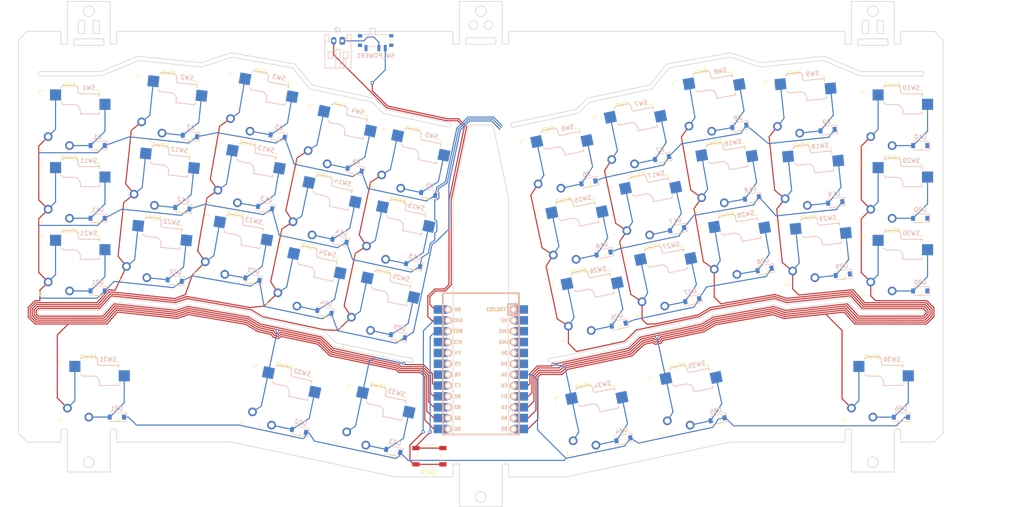
<source format=kicad_pcb>
(kicad_pcb (version 20211014) (generator pcbnew)
  (layers (0 "F.Cu" signal) (31 "B.Cu" signal) (34 "B.Paste" user) (35 "F.Paste" user) (36 "B.SilkS" user "B.Silkscreen") (37 "F.SilkS" user "F.Silkscreen") (38 "B.Mask" user) (39 "F.Mask" user) (44 "Edge.Cuts" user))
  (net 0 "")
  (net 1 "col0")
  (net 2 "Net-(D1-Pad2)")
  (net 3 "Net-(D2-Pad2)")
  (net 4 "Net-(D3-Pad2)")
  (net 5 "Net-(D4-Pad2)")
  (net 6 "Net-(D5-Pad2)")
  (net 7 "Net-(D6-Pad2)")
  (net 8 "Net-(D7-Pad2)")
  (net 9 "Net-(D8-Pad2)")
  (net 10 "Net-(D9-Pad2)")
  (net 11 "Net-(D10-Pad2)")
  (net 12 "col1")
  (net 13 "Net-(D11-Pad2)")
  (net 14 "Net-(D12-Pad2)")
  (net 15 "Net-(D13-Pad2)")
  (net 16 "Net-(D14-Pad2)")
  (net 17 "Net-(D15-Pad2)")
  (net 18 "Net-(D16-Pad2)")
  (net 19 "Net-(D17-Pad2)")
  (net 20 "Net-(D18-Pad2)")
  (net 21 "Net-(D19-Pad2)")
  (net 22 "Net-(D20-Pad2)")
  (net 23 "col2")
  (net 24 "Net-(D21-Pad2)")
  (net 25 "Net-(D22-Pad2)")
  (net 26 "Net-(D23-Pad2)")
  (net 27 "Net-(D24-Pad2)")
  (net 28 "Net-(D25-Pad2)")
  (net 29 "Net-(D26-Pad2)")
  (net 30 "Net-(D27-Pad2)")
  (net 31 "Net-(D28-Pad2)")
  (net 32 "Net-(D29-Pad2)")
  (net 33 "Net-(D30-Pad2)")
  (net 34 "col3")
  (net 35 "Net-(D31-Pad2)")
  (net 36 "Net-(D32-Pad2)")
  (net 37 "Net-(D33-Pad2)")
  (net 38 "Net-(D34-Pad2)")
  (net 39 "Net-(D35-Pad2)")
  (net 40 "Net-(D36-Pad2)")
  (net 41 "row0")
  (net 42 "row1")
  (net 43 "row2")
  (net 44 "row3")
  (net 45 "col9")
  (net 46 "gnd")
  (net 47 "reset")
  (net 48 "raw")
  (net 50 "BT+")
  (net 51 "col4")
  (net 52 "col5")
  (net 53 "col6")
  (net 54 "col7")
  (net 55 "col8")
  (footprint "keyswitches:Kailh_socket_PG1350_optional" (layer "F.Cu") (at 105.778771 90.638203 -12)
    (fp_text reference "SW14")
    (fp_text value "SW_Push")
  )
  (footprint "keyswitches:Kailh_socket_PG1350_optional" (layer "F.Cu") (at 240.093475 103.617115)
    (fp_text reference "SW30")
    (fp_text value "SW_Push")
  )
  (footprint "keyswitches:Kailh_socket_PG1350_optional" (layer "F.Cu") (at 240.093475 69.617114)
    (fp_text reference "SW10")
    (fp_text value "SW_Push")
  )
  (footprint "keyswitches:Kailh_socket_PG1350_optional" (layer "F.Cu") (at 47.892473 69.609113)
    (fp_text reference "SW1")
    (fp_text value "SW_Push")
  )
  (footprint "keyswitches:Kailh_socket_PG1350_optional" (layer "F.Cu") (at 118.332276 139.793714 -12)
    (fp_text reference "SW33")
    (fp_text value "SW_Push")
  )
  (footprint "keyswitches:Kailh_socket_PG1350_optional" (layer "F.Cu") (at 168.554146 112.973594 12)
    (fp_text reference "SW26")
    (fp_text value "SW_Push")
  )
  (footprint "keyswitches:Kailh_socket_PG1350_optional" (layer "F.Cu") (at 119.432279 112.968712 -12)
    (fp_text reference "SW25")
    (fp_text value "SW_Push")
  )
  (footprint "keyswitches:Kailh_socket_PG1350_optional" (layer "F.Cu") (at 91.087416 66.331617 -10)
    (fp_text reference "SW3")
    (fp_text value "SW_Push")
  )
  (footprint "keyswitches:Kailh_socket_PG1350_optional" (layer "F.Cu") (at 196.898613 66.341138 10)
    (fp_text reference "SW8")
    (fp_text value "SW_Push")
  )
  (footprint "keyswitches:Kailh_socket_PG1350_optional" (layer "F.Cu") (at 68.333279 83.622703 -6)
    (fp_text reference "SW12")
    (fp_text value "SW_Push")
  )
  (footprint "keyswitches:Kailh_socket_PG1350_optional" (layer "F.Cu") (at 52.396473 133.116114)
    (fp_text reference "SW31")
    (fp_text value "SW_Push")
  )
  (footprint "keyswitches:Kailh_socket_PG1350_optional" (layer "F.Cu") (at 178.678149 74.018573 12)
    (fp_text reference "SW7")
    (fp_text value "SW_Push")
  )
  (footprint "keyswitches:Kailh_socket_PG1350_optional" (layer "F.Cu") (at 102.24428 107.266712 -12)
    (fp_text reference "SW24")
    (fp_text value "SW_Push")
  )
  (footprint "keyswitches:Kailh_socket_PG1350_optional" (layer "F.Cu") (at 217.87879 66.724695 6)
    (fp_text reference "SW9")
    (fp_text value "SW_Push")
  )
  (footprint "keyswitches:Kailh_socket_PG1350_optional" (layer "F.Cu") (at 47.892477 86.609112)
    (fp_text reference "SW11")
    (fp_text value "SW_Push")
  )
  (footprint "keyswitches:Kailh_socket_PG1350_optional" (layer "F.Cu") (at 126.501277 79.711698 -12)
    (fp_text reference "SW5")
    (fp_text value "SW_Push")
  )
  (footprint "keyswitches:Kailh_socket_PG1350_optional" (layer "F.Cu") (at 235.591474 133.118112)
    (fp_text reference "SW36")
    (fp_text value "SW_Push")
  )
  (footprint "keyswitches:Kailh_socket_PG1350_optional" (layer "F.Cu") (at 199.850629 83.082868 10)
    (fp_text reference "SW18")
    (fp_text value "SW_Push")
  )
  (footprint "keyswitches:Kailh_socket_PG1350_optional" (layer "F.Cu") (at 221.432755 100.538434 6)
    (fp_text reference "SW29")
    (fp_text value "SW_Push")
  )
  (footprint "keyswitches:Kailh_socket_PG1350_optional" (layer "F.Cu") (at 122.966772 96.340205 -12)
    (fp_text reference "SW15")
    (fp_text value "SW_Push")
  )
  (footprint "keyswitches:Kailh_socket_PG1350_optional" (layer "F.Cu") (at 202.802651 99.824606 10)
    (fp_text reference "SW28")
    (fp_text value "SW_Push")
  )
  (footprint "keyswitches:Kailh_socket_PG1350_optional" (layer "F.Cu") (at 165.01965 96.345083 12)
    (fp_text reference "SW16")
    (fp_text value "SW_Push")
  )
  (footprint "keyswitches:Kailh_socket_PG1350_optional" (layer "F.Cu") (at 47.892474 103.609114)
    (fp_text reference "SW21")
    (fp_text value "SW_Push")
  )
  (footprint "keyswitches:Kailh_socket_PG1350_optional" (layer "F.Cu") (at 66.556288 100.52957 -6)
    (fp_text reference "SW22")
    (fp_text value "SW_Push")
  )
  (footprint "keyswitches:Kailh_socket_PG1350_optional" (layer "F.Cu") (at 185.74715 107.275597 12)
    (fp_text reference "SW27")
    (fp_text value "SW_Push")
  )
  (footprint "keyswitches:Kailh_socket_PG1350_optional" (layer "F.Cu") (at 191.666147 135.119593 12)
    (fp_text reference "SW35")
    (fp_text value "SW_Push")
  )
  (footprint "keyswitches:Kailh_socket_PG1350_optional" (layer "F.Cu") (at 219.655776 83.631571 6)
    (fp_text reference "SW19")
    (fp_text value "SW_Push")
  )
  (footprint "Button_Switch_SMD:SW_SPST_TL3342" (layer "F.Cu") (at 131.966845 148.162933 180)
    (fp_text reference "RSW1")
    (fp_text value "SW_Push")
  )
  (footprint "keyswitches:Kailh_socket_PG1350_optional" (layer "F.Cu") (at 161.48515 79.716575 12)
    (fp_text reference "SW6")
    (fp_text value "SW_Push")
  )
  (footprint "keyswitches:Kailh_socket_PG1350_optional" (layer "F.Cu") (at 70.110263 66.715833 -6)
    (fp_text reference "SW2")
    (fp_text value "SW_Push")
  )
  (footprint "keyswitches:Kailh_socket_PG1350_optional" (layer "F.Cu") (at 240.093475 86.617112)
    (fp_text reference "SW20")
    (fp_text value "SW_Push")
  )
  (footprint "keyswitches:Kailh_socket_PG1350_optional" (layer "F.Cu") (at 85.183375 99.815089 -10)
    (fp_text reference "SW23")
    (fp_text value "SW_Push")
  )
  (footprint "keyswitches:Kailh_socket_PG1350_optional" (layer "F.Cu") (at 182.212647 90.647084 12)
    (fp_text reference "SW17")
    (fp_text value "SW_Push")
  )
  (footprint "keyswitches:Kailh_socket_PG1350_optional" (layer "F.Cu") (at 96.321279 135.118719 -12)
    (fp_text reference "SW32")
    (fp_text value "SW_Push")
  )
  (footprint "keyswitches:Kailh_socket_PG1350_optional" (layer "F.Cu") (at 88.135398 83.073352 -10)
    (fp_text reference "SW13")
    (fp_text value "SW_Push")
  )
  (footprint "keyswitches:Kailh_socket_PG1350_optional" (layer "F.Cu") (at 109.313275 74.009699 -12)
    (fp_text reference "SW4")
    (fp_text value "SW_Push")
  )
  (footprint "keyswitches:Kailh_socket_PG1350_optional" (layer "F.Cu") (at 169.652149 139.797597 12)
    (fp_text reference "SW34")
    (fp_text value "SW_Push")
  )
  (footprint "Keebio-Parts:Elite-C-castellated-24pin-holes" (layer "B.Cu") (at 143.998473 127.817113 -90)
    (fp_text reference "U1" hide)
    (fp_text value "ProMicro-kbd-34key" hide)
  )
  (footprint "Diode_SMD:D_SOD-123" (layer "B.Cu") (at 169.118478 84.126117 -168)
    (fp_text reference "D6")
    (fp_text value "D_Small")
  )
  (footprint "Diode_SMD:D_SOD-123" (layer "B.Cu") (at 189.845474 95.055116 -168)
    (fp_text reference "D17")
    (fp_text value "D_Small")
  )
  (footprint "Diode_SMD:D_SOD-123" (layer "B.Cu") (at 128.149475 103.471117 168)
    (fp_text reference "D15")
    (fp_text value "D_Small")
  )
  (footprint "Diode_SMD:D_SOD-123" (layer "B.Cu") (at 54.447474 109.506113 180)
    (fp_text reference "D21")
    (fp_text value "D_Small")
  )
  (footprint "Diode_SMD:D_SOD-123" (layer "B.Cu") (at 246.645476 109.512114 180)
    (fp_text reference "D30")
    (fp_text value "D_Small")
  )
  (footprint "Diode_SMD:D_SOD-123" (layer "B.Cu") (at 177.291476 144.202114 -168)
    (fp_text reference "D34")
    (fp_text value "D_Small")
  )
  (footprint "Diode_SMD:D_SOD-123" (layer "B.Cu") (at 114.494476 81.145115 168)
    (fp_text reference "D4")
    (fp_text value "D_Small")
  )
  (footprint "Diode_SMD:D_SOD-123" (layer "B.Cu") (at 123.512476 146.924118 168)
    (fp_text reference "D33")
    (fp_text value "D_Small")
  )
  (footprint "Diode_SMD:D_SOD-123" (layer "B.Cu") (at 226.785471 88.813115 -174)
    (fp_text reference "D19")
    (fp_text value "D_Small")
  )
  (footprint "Diode_SMD:D_SOD-123" (layer "B.Cu") (at 210.279477 104.492107 -170)
    (fp_text reference "D28")
    (fp_text value "D_Small")
  )
  (footprint "Diode_SMD:D_SOD-123" (layer "B.Cu") (at 207.326473 87.750115 -170)
    (fp_text reference "D18")
    (fp_text value "D_Small")
  )
  (footprint "Diode_SMD:D_SOD-123" (layer "B.Cu") (at 242.145477 139.020112 180)
    (fp_text reference "D36")
    (fp_text value "D_Small")
  )
  (footprint "Diode_SMD:D_SOD-123" (layer "B.Cu") (at 246.642475 92.510114 180)
    (fp_text reference "D20")
    (fp_text value "D_Small")
  )
  (footprint "Diode_SMD:D_SOD-123" (layer "B.Cu") (at 58.947474 139.013114 180)
    (fp_text reference "D31")
    (fp_text value "D_Small")
  )
  (footprint "Diode_SMD:D_SOD-123" (layer "B.Cu") (at 54.444475 92.508114 180)
    (fp_text reference "D11")
    (fp_text value "D_Small")
  )
  (footprint "Diode_SMD:D_SOD-123" (layer "B.Cu") (at 72.457473 107.080115 174)
    (fp_text reference "D22")
    (fp_text value "D_Small")
  )
  (footprint "Diode_SMD:D_SOD-123" (layer "B.Cu") (at 76.008475 73.264118 174)
    (fp_text reference "D2")
    (fp_text value "D_Small")
  )
  (footprint "Diode_SMD:D_SOD-123" (layer "B.Cu") (at 131.685475 86.843114 168)
    (fp_text reference "D5")
    (fp_text value "D_Small")
  )
  (footprint "Diode_SMD:D_SOD-123" (layer "B.Cu") (at 228.560477 105.716119 -174)
    (fp_text reference "D29")
    (fp_text value "D_Small")
  )
  (footprint "Diode_SMD:D_SOD-123" (layer "B.Cu") (at 110.959477 97.771118 168)
    (fp_text reference "D14")
    (fp_text value "D_Small")
  )
  (footprint "Button_Switch_SMD:SW_SPDT_PCM12" (layer "B.Cu") (at 119.407845 51.269932)
    (fp_text reference "SW_POWER1")
    (fp_text value "SW_SPDT")
  )
  (footprint "Diode_SMD:D_SOD-123" (layer "B.Cu") (at 193.381473 111.676117 -168)
    (fp_text reference "D27")
    (fp_text value "D_Small")
  )
  (footprint "Diode_SMD:D_SOD-123" (layer "B.Cu") (at 93.566472 90.020116 170)
    (fp_text reference "D13")
    (fp_text value "D_Small")
  )
  (footprint "Diode_SMD:D_SOD-123" (layer "B.Cu") (at 176.18847 117.384113 -168)
    (fp_text reference "D26")
    (fp_text value "D_Small")
  )
  (footprint "Diode_SMD:D_SOD-123" (layer "B.Cu") (at 204.375476 71.010113 -170)
    (fp_text reference "D8")
    (fp_text value "D_Small")
  )
  (footprint "Diode_SMD:D_SOD-123" (layer "B.Cu") (at 225.009473 71.903111 -174)
    (fp_text reference "D9")
    (fp_text value "D_Small")
  )
  (footprint "Diode_SMD:D_SOD-123" (layer "B.Cu") (at 101.506475 142.247116 168)
    (fp_text reference "D32")
    (fp_text value "D_Small")
  )
  (footprint "Diode_SMD:D_SOD-123" (layer "B.Cu") (at 172.651475 100.751114 -168)
    (fp_text reference "D16")
    (fp_text value "D_Small")
  )
  (footprint "Connector_JST:JST_PH_S2B-PH-K_1x02_P2.00mm_Horizontal" (layer "B.Cu") (at 111.605846 51.009933 180)
    (fp_text reference "J2")
    (fp_text value "Conn_01x02_Female")
  )
  (footprint "Diode_SMD:D_SOD-123" (layer "B.Cu") (at 90.615476 106.762114 170)
    (fp_text reference "D23")
    (fp_text value "D_Small")
  )
  (footprint "Diode_SMD:D_SOD-123" (layer "B.Cu") (at 124.612475 120.099114 168)
    (fp_text reference "D25")
    (fp_text value "D_Small")
  )
  (footprint "Diode_SMD:D_SOD-123" (layer "B.Cu") (at 74.232476 90.176115 174)
    (fp_text reference "D12")
    (fp_text value "D_Small")
  )
  (footprint "Diode_SMD:D_SOD-123" (layer "B.Cu") (at 186.311478 78.424115 -168)
    (fp_text reference "D7")
    (fp_text value "D_Small")
  )
  (footprint "Diode_SMD:D_SOD-123" (layer "B.Cu") (at 107.425476 114.401117 168)
    (fp_text reference "D24")
    (fp_text value "D_Small")
  )
  (footprint "Diode_SMD:D_SOD-123" (layer "B.Cu") (at 54.449471 75.507117 180)
    (fp_text reference "D1")
    (fp_text value "D_Small")
  )
  (footprint "Diode_SMD:D_SOD-123" (layer "B.Cu") (at 199.303474 139.527113 -168)
    (fp_text reference "D35")
    (fp_text value "D_Small")
  )
  (footprint "Diode_SMD:D_SOD-123" (layer "B.Cu") (at 246.642472 75.511116 180)
    (fp_text reference "D10")
    (fp_text value "D_Small")
  )
  (footprint "Diode_SMD:D_SOD-123" (layer "B.Cu") (at 96.512478 73.277119 170)
    (fp_text reference "D3")
    (fp_text value "D_Small")
  )
  (gr_line (start 147.492844 50.500801) (end 147.492844 51.6008) (layer "Edge.Cuts") (width 0.15))
  (gr_arc (start 139.192844 159.994003) (mid 139.051434 159.935422) (end 138.992844 159.794002) (layer "Edge.Cuts") (width 0.15))
  (gr_circle (center 52.392846 149.60444) (end 53.642845 149.604443) (layer "Edge.Cuts") (width 0.15) (fill none))
  (gr_arc (start 100.464141 56.411826) (mid 100.53012 56.435974) (end 100.583652 56.481469) (layer "Edge.Cuts") (width 0.15))
  (gr_arc (start 230.392844 141.85444) (mid 230.534265 141.913019) (end 230.592844 142.054442) (layer "Edge.Cuts") (width 0.15))
  (gr_line (start 148.792845 41.8008) (end 139.192844 41.8008) (layer "Edge.Cuts") (width 0.15))
  (gr_arc (start 177.855461 121.595234) (mid 177.810416 121.627963) (end 177.758098 121.647007) (layer "Edge.Cuts") (width 0.15))
  (gr_arc (start 240.592844 142.054443) (mid 240.651419 141.913014) (end 240.792844 141.854442) (layer "Edge.Cuts") (width 0.15))
  (gr_arc (start 72.655732 112.616676) (mid 72.614769 112.625416) (end 72.572886 112.625414) (layer "Edge.Cuts") (width 0.15))
  (gr_line (start 85.682509 54.845011) (end 78.70133 57.14446) (layer "Edge.Cuts") (width 0.15))
  (gr_line (start 228.892846 48.800799) (end 150.692845 48.8008) (layer "Edge.Cuts") (width 0.15))
  (gr_line (start 163.189039 125.766097) (end 163.178743 125.768007) (layer "Edge.Cuts") (width 0.15))
  (gr_line (start 195.09242 115.906762) (end 197.718397 114.334311) (layer "Edge.Cuts") (width 0.15))
  (gr_line (start 232.412404 114.943858) (end 229.904541 112.189768) (layer "Edge.Cuts") (width 0.15))
  (gr_arc (start 209.476792 56.136441) (mid 209.434579 56.136407) (end 209.393317 56.127498) (layer "Edge.Cuts") (width 0.15))
  (gr_line (start 40.992845 58.209203) (end 55.151912 58.209203) (layer "Edge.Cuts") (width 0.15))
  (gr_arc (start 57.682444 111.142352) (mid 57.759172 111.090089) (end 57.851228 111.078104) (layer "Edge.Cuts") (width 0.15))
  (gr_line (start 99.927551 57.332637) (end 85.779809 54.838009) (layer "Edge.Cuts") (width 0.15))
  (gr_line (start 137.492845 152.794004) (end 137.492843 150.194002) (layer "Edge.Cuts") (width 0.15))
  (gr_line (start 124.806946 125.768006) (end 124.796651 125.766098) (layer "Edge.Cuts") (width 0.15))
  (gr_arc (start 75.471414 112.751287) (mid 75.51933 112.741947) (end 75.568082 112.744492) (layer "Edge.Cuts") (width 0.15))
  (gr_line (start 138.992845 150.194002) (end 138.992844 159.794002) (layer "Edge.Cuts") (width 0.15))
  (gr_arc (start 85.6782 144.854443) (mid 85.699106 144.855534) (end 85.719782 144.858814) (layer "Edge.Cuts") (width 0.15))
  (gr_arc (start 136.598351 70.205681) (mid 136.983407 70.798685) (end 136.390439 71.18383) (layer "Edge.Cuts") (width 0.15))
  (gr_line (start 250.051423 144.795863) (end 251.934266 142.913019) (layer "Edge.Cuts") (width 0.15))
  (gr_line (start 151.595249 71.183828) (end 152.573398 70.975917) (layer "Edge.Cuts") (width 0.15))
  (gr_line (start 177.855461 121.595234) (end 180.487196 119.053319) (layer "Edge.Cuts") (width 0.15))
  (gr_arc (start 150.057737 85.94227) (mid 150.383767 88.005441) (end 150.492844 90.091364) (layer "Edge.Cuts") (width 0.15))
  (gr_line (start 180.584559 119.001544) (end 195.031254 115.930804) (layer "Edge.Cuts") (width 0.15))
  (gr_line (start 239.092845 51.8508) (end 239.092843 50.750801) (layer "Edge.Cuts") (width 0.15))
  (gr_arc (start 104.131582 62.282316) (mid 104.069467 62.257704) (end 104.018925 62.214004) (layer "Edge.Cuts") (width 0.15))
  (gr_arc (start 36.051424 142.91302) (mid 36.00808 142.848133) (end 35.992844 142.771598) (layer "Edge.Cuts") (width 0.15))
  (gr_line (start 55.229307 58.193621) (end 63.7646 54.611573) (layer "Edge.Cuts") (width 0.15))
  (gr_arc (start 251.934266 50.742222) (mid 251.977617 50.807107) (end 251.992844 50.883643) (layer "Edge.Cuts") (width 0.15))
  (gr_arc (start 180.975637 119.971839) (mid 181.020687 119.939119) (end 181.073 119.920063) (layer "Edge.Cuts") (width 0.15))
  (gr_line (start 166.74243 67.933115) (end 169.374164 65.391202) (layer "Edge.Cuts") (width 0.15))
  (gr_line (start 164.013405 152.989631) (end 202.265907 144.858814) (layer "Edge.Cuts") (width 0.15))
  (gr_arc (start 223.972274 55.618414) (mid 224.022339 55.619463) (end 224.070577 55.632901) (layer "Edge.Cuts") (width 0.15))
  (gr_arc (start 233.00216 114.009203) (mid 232.921323 113.992142) (end 232.854282 113.94386) (layer "Edge.Cuts") (width 0.15))
  (gr_line (start 240.792844 141.854442) (end 241.892845 141.854443) (layer "Edge.Cuts") (width 0.15))
  (gr_line (start 236.792844 46.300801) (end 237.892844 46.300799) (layer "Edge.Cuts") (width 0.15))
  (gr_line (start 72.680122 113.642192) (end 58.249932 112.125519) (layer "Edge.Cuts") (width 0.15))
  (gr_arc (start 246.992844 114.009204) (mid 247.492874 114.509232) (end 246.992844 115.009202) (layer "Edge.Cuts") (width 0.15))
  (gr_arc (start 166.74243 67.933115) (mid 166.697393 67.965859) (end 166.645066 67.984893) (layer "Edge.Cuts") (width 0.15))
  (gr_line (start 104.680713 61.376695) (end 119.002602 64.420907) (layer "Edge.Cuts") (width 0.15))
  (gr_circle (center 143.992845 157.744001) (end 145.242846 157.744004) (layer "Edge.Cuts") (width 0.15) (fill none))
  (gr_line (start 229.292846 141.854441) (end 230.392844 141.85444) (layer "Edge.Cuts") (width 0.15))
  (gr_line (start 147.292845 51.8008) (end 140.692845 51.8008) (layer "Edge.Cuts") (width 0.15))
  (gr_arc (start 149.192844 51.8008) (mid 149.051434 51.742219) (end 148.992845 51.600799) (layer "Edge.Cuts") (width 0.15))
  (gr_line (start 47.192845 51.8008) (end 46.092845 51.8008) (layer "Edge.Cuts") (width 0.15))
  (gr_arc (start 57.392845 142.054441) (mid 57.45142 141.913014) (end 57.592845 141.854441) (layer "Edge.Cuts") (width 0.15))
  (gr_arc (start 230.134461 111.078103) (mid 230.226514 111.090099) (end 230.303246 111.142352) (layer "Edge.Cuts") (width 0.15))
  (gr_arc (start 198.073801 115.287068) (mid 198.106649 115.271269) (end 198.141819 115.261697) (layer "Edge.Cuts") (width 0.15))
  (gr_line (start 119.099965 64.472682) (end 121.7317 67.014598) (layer "Edge.Cuts") (width 0.15))
  (gr_line (start 198.073801 115.287068) (end 195.463258 116.850281) (layer "Edge.Cuts") (width 0.15))
  (gr_line (start 139.192844 159.994003) (end 148.792845 159.994002) (layer "Edge.Cuts") (width 0.15))
  (gr_line (start 178.24654 122.565528) (end 163.189039 125.766097) (layer "Edge.Cuts") (width 0.15))
  (gr_line (start 37.934265 48.859379) (end 36.051424 50.742221) (layer "Edge.Cuts") (width 0.15))
  (gr_arc (start 127.855531 125.238389) (mid 128.271183 125.810448) (end 127.699098 126.226078) (layer "Edge.Cuts") (width 0.15))
  (gr_arc (start 53.592844 49.3008) (mid 53.451435 49.242219) (end 53.392844 49.1008) (layer "Edge.Cuts") (width 0.15))
  (gr_line (start 121.24326 67.933116) (end 118.611525 65.391203) (layer "Edge.Cuts") (width 0.15))
  (gr_arc (start 141.085732 71.090801) (mid 141.260136 70.806156) (end 141.574805 70.694756) (layer "Edge.Cuts") (width 0.15))
  (gr_arc (start 232.833776 58.209203) (mid 232.794303 58.205269) (end 232.756382 58.193621) (layer "Edge.Cuts") (width 0.15))
  (gr_arc (start 63.915112 55.632903) (mid 63.963349 55.619449) (end 64.013415 55.618414) (layer "Edge.Cuts") (width 0.15))
  (gr_line (start 143.992845 70.694755) (end 146.419138 70.694757) (layer "Edge.Cuts") (width 0.15))
  (gr_arc (start 40.992846 115.009203) (mid 40.492874 114.509233) (end 40.992844 114.009204) (layer "Edge.Cuts") (width 0.15))
  (gr_arc (start 233.292843 49.300801) (mid 233.151399 49.242225) (end 233.092844 49.1008) (layer "Edge.Cuts") (width 0.15))
  (gr_arc (start 37.934265 48.859379) (mid 37.999154 48.816044) (end 38.075687 48.800801) (layer "Edge.Cuts") (width 0.15))
  (gr_arc (start 57.592846 51.800799) (mid 57.451436 51.742219) (end 57.392844 51.6008) (layer "Edge.Cuts") (width 0.15))
  (gr_arc (start 147.492844 51.6008) (mid 147.434271 51.742206) (end 147.292845 51.8008) (layer "Edge.Cuts") (width 0.15))
  (gr_arc (start 202.265907 144.858814) (mid 202.286584 144.855537) (end 202.30749 144.854443) (layer "Edge.Cuts") (width 0.15))
  (gr_line (start 224.122788 54.597086) (end 209.476792 56.136441) (layer "Edge.Cuts") (width 0.15))
  (gr_line (start 163.178743 125.768007) (end 160.286592 126.226078) (layer "Edge.Cuts") (width 0.15))
  (gr_line (start 35.992844 50.883643) (end 35.992844 142.771598) (layer "Edge.Cuts") (width 0.15))
  (gr_line (start 233.00216 114.009203) (end 246.992844 114.009204) (layer "Edge.Cuts") (width 0.15))
  (gr_line (start 183.304976 61.376696) (end 168.983088 64.420907) (layer "Edge.Cuts") (width 0.15))
  (gr_line (start 143.992845 70.694755) (end 141.574805 70.694756) (layer "Edge.Cuts") (width 0.15))
  (gr_line (start 249.910001 48.800802) (end 242.292846 48.8008) (layer "Edge.Cuts") (width 0.15))
  (gr_arc (start 99.927551 57.332637) (mid 99.993526 57.356788) (end 100.04706 57.402279) (layer "Edge.Cuts") (width 0.15))
  (gr_line (start 137.492844 107.994002) (end 137.492844 142.794003) (layer "Edge.Cuts") (width 0.15))
  (gr_line (start 72.655732 112.616676) (end 75.399146 111.723114) (layer "Edge.Cuts") (width 0.15))
  (gr_line (start 40.992844 114.009204) (end 54.983529 114.009203) (layer "Edge.Cuts") (width 0.15))
  (gr_line (start 63.915112 55.632903) (end 55.430639 59.193621) (layer "Edge.Cuts") (width 0.15))
  (gr_line (start 215.222723 113.633455) (end 212.514276 112.751287) (layer "Edge.Cuts") (width 0.15))
  (gr_line (start 148.992845 51.600799) (end 148.992844 42.000801) (layer "Edge.Cuts") (width 0.15))
  (gr_arc (start 54.892846 49.100799) (mid 54.834279 49.242242) (end 54.692846 49.3008) (layer "Edge.Cuts") (width 0.15))
  (gr_arc (start 237.892844 46.300799) (mid 238.034243 46.359382) (end 238.092845 46.5008) (layer "Edge.Cuts") (width 0.15))
  (gr_arc (start 55.131408 113.943859) (mid 55.064366 113.992141) (end 54.983529 114.009203) (layer "Edge.Cuts") (width 0.15))
  (gr_arc (start 187.938628 57.40228) (mid 187.992175 57.356802) (end 188.058138 57.332637) (layer "Edge.Cuts") (width 0.15))
  (gr_line (start 51.192844 46.300802) (end 50.092845 46.3008) (layer "Edge.Cuts") (width 0.15))
  (gr_arc (start 72.762967 113.633455) (mid 72.722005 113.642183) (end 72.680122 113.642192) (layer "Edge.Cuts") (width 0.15))
  (gr_line (start 137.692846 149.994003) (end 138.792845 149.994002) (layer "Edge.Cuts") (width 0.15))
  (gr_arc (start 229.292845 51.8008) (mid 229.1514 51.742225) (end 229.092844 51.6008) (layer "Edge.Cuts") (width 0.15))
  (gr_arc (start 119.002602 64.420907) (mid 119.054926 64.439946) (end 119.099965 64.472682) (layer "Edge.Cuts") (width 0.15))
  (gr_line (start 232.292845 52.050801) (end 238.892845 52.050801) (layer "Edge.Cuts") (width 0.15))
  (gr_arc (start 150.492844 142.794004) (mid 150.434269 142.935407) (end 150.292845 142.994004) (layer "Edge.Cuts") (width 0.15))
  (gr_line (start 150.292844 51.800801) (end 149.192844 51.8008) (layer "Edge.Cuts") (width 0.15))
  (gr_arc (start 89.843869 115.261698) (mid 89.879041 115.271268) (end 89.911888 115.287069) (layer "Edge.Cuts") (width 0.15))
  (gr_arc (start 195.463258 116.850281) (mid 195.433668 116.86483) (end 195.402091 116.874321) (layer "Edge.Cuts") (width 0.15))
  (gr_arc (start 232.632444 59.209202) (mid 232.59297 59.205267) (end 232.555049 59.193621) (layer "Edge.Cuts") (width 0.15))
  (gr_arc (start 55.430639 59.193621) (mid 55.392718 59.205264) (end 55.353245 59.209203) (layer "Edge.Cuts") (width 0.15))
  (gr_arc (start 180.487196 119.053319) (mid 180.532237 119.020588) (end 180.584559 119.001544) (layer "Edge.Cuts") (width 0.15))
  (gr_line (start 150.492844 142.794004) (end 150.492845 107.994002) (layer "Edge.Cuts") (width 0.15))
  (gr_line (start 53.392845 46.5008) (end 53.392844 49.1008) (layer "Edge.Cuts") (width 0.15))
  (gr_arc (start 215.412803 112.625413) (mid 215.37092 112.625416) (end 215.329958 112.616677) (layer "Edge.Cuts") (width 0.15))
  (gr_arc (start 45.692845 48.800801) (mid 45.834277 48.859377) (end 45.892844 49.000799) (layer "Edge.Cuts") (width 0.15))
  (gr_line (start 152.573398 70.975917) (end 166.645066 67.984893) (layer "Edge.Cuts") (width 0.15))
  (gr_line (start 160.130157 125.238389) (end 162.996444 124.784415) (layer "Edge.Cuts") (width 0.15))
  (gr_arc (start 47.392845 42.0008) (mid 47.451435 41.859399) (end 47.592845 41.8008) (layer "Edge.Cuts") (width 0.15))
  (gr_arc (start 249.910001 48.800802) (mid 249.986554 48.815995) (end 250.051425 48.85938) (layer "Edge.Cuts") (width 0.15))
  (gr_arc (start 78.592372 56.127499) (mid 78.55111 56.136391) (end 78.508898 56.136442) (layer "Edge.Cuts") (width 0.15))
  (gr_arc (start 58.081149 112.189768) (mid 58.157875 112.137503) (end 58.249932 112.125519) (layer "Edge.Cuts") (width 0.15))
  (gr_arc (start 151.595249 71.183828) (mid 151.00226 70.79869) (end 151.387338 70.20568) (layer "Edge.Cuts") (width 0.15))
  (gr_line (start 183.966766 62.214006) (end 187.938628 57.40228) (layer "Edge.Cuts") (width 0.15))
  (gr_line (start 53.592844 49.3008) (end 54.692846 49.3008) (layer "Edge.Cuts") (width 0.15))
  (gr_line (start 92.954435 115.930804) (end 107.401131 119.001544) (layer "Edge.Cuts") (width 0.15))
  (gr_arc (start 195.09242 115.906762) (mid 195.062829 115.921306) (end 195.031254 115.930804) (layer "Edge.Cuts") (width 0.15))
  (gr_line (start 58.081149 112.189768) (end 55.573287 114.94386) (layer "Edge.Cuts") (width 0.15))
  (gr_line (start 51.392844 49.100801) (end 51.392844 46.500801) (layer "Edge.Cuts") (width 0.15))
  (gr_line (start 232.632444 59.209202) (end 246.992845 59.209203) (layer "Edge.Cuts") (width 0.15))
  (gr_arc (start 239.092845 51.8508) (mid 239.034272 51.992207) (end 238.892845 52.050801) (layer "Edge.Cuts") (width 0.15))
  (gr_line (start 90.267291 114.334311) (end 92.893269 115.906762) (layer "Edge.Cuts") (width 0.15))
  (gr_line (start 209.393317 56.127498) (end 202.37718 53.816534) (layer "Edge.Cuts") (width 0.15))
  (gr_line (start 124.989245 124.784414) (end 127.855531 125.238389) (layer "Edge.Cuts") (width 0.15))
  (gr_line (start 78.592372 56.127499) (end 85.60851 53.816535) (layer "Edge.Cuts") (width 0.15))
  (gr_arc (start 246.992844 58.209203) (mid 247.492874 58.709231) (end 246.992845 59.209203) (layer "Edge.Cuts") (width 0.15))
  (gr_line (start 107.498494 119.053319) (end 110.130227 121.595235) (layer "Edge.Cuts") (width 0.15))
  (gr_line (start 124.97895 124.782506) (end 124.989245 124.784414) (layer "Edge.Cuts") (width 0.15))
  (gr_line (start 168.885724 64.472683) (end 166.25399 67.014597) (layer "Edge.Cuts") (width 0.15))
  (gr_arc (start 124.013865 152.994004) (mid 123.992959 152.99291) (end 123.972283 152.989632) (layer "Edge.Cuts") (width 0.15))
  (gr_line (start 55.692845 50.5508) (end 49.092846 50.5508) (layer "Edge.Cuts") (width 0.15))
  (gr_line (start 229.092844 51.6008) (end 229.092845 49.0008) (layer "Edge.Cuts") (width 0.15))
  (gr_arc (start 48.892846 50.7508) (mid 48.951436 50.609399) (end 49.092846 50.5508) (layer "Edge.Cuts") (width 0.15))
  (gr_arc (start 54.692846 46.300801) (mid 54.834278 46.359378) (end 54.892845 46.500801) (layer "Edge.Cuts") (width 0.15))
  (gr_line (start 212.586544 111.723115) (end 215.329958 112.616677) (layer "Edge.Cuts") (width 0.15))
  (gr_line (start 50.092846 49.3008) (end 51.192844 49.3008) (layer "Edge.Cuts") (width 0.15))
  (gr_line (start 230.303246 111.142352) (end 232.854282 113.94386) (layer "Edge.Cuts") (width 0.15))
  (gr_line (start 234.392846 46.300802) (end 233.292844 46.300801) (layer "Edge.Cuts") (width 0.15))
  (gr_line (start 58.692844 51.8008) (end 57.592846 51.800799) (layer "Edge.Cuts") (width 0.15))
  (gr_line (start 55.353245 59.209203) (end 40.992844 59.209203) (layer "Edge.Cuts") (width 0.15))
  (gr_arc (start 85.60851 53.816535) (mid 85.656726 53.807021) (end 85.70581 53.809534) (layer "Edge.Cuts") (width 0.15))
  (gr_arc (start 106.91269 119.920063) (mid 106.965012 119.939104) (end 107.010051 119.971839) (layer "Edge.Cuts") (width 0.15))
  (gr_arc (start 40.992844 59.209203) (mid 40.492876 58.709232) (end 40.992845 58.209203) (layer "Edge.Cuts") (width 0.15))
  (gr_line (start 57.592845 141.854441) (end 58.692844 141.854443) (layer "Edge.Cuts") (width 0.15))
  (gr_arc (start 251.992845 142.771599) (mid 251.977653 142.848152) (end 251.934266 142.913019) (layer "Edge.Cuts") (width 0.15))
  (gr_line (start 209.367833 57.153404) (end 223.972274 55.618414) (layer "Edge.Cuts") (width 0.15))
  (gr_arc (start 47.592844 151.85444) (mid 47.451421 151.795862) (end 47.392846 151.654441) (layer "Edge.Cuts") (width 0.15))
  (gr_line (start 57.851228 111.078104) (end 72.572886 112.625414) (layer "Edge.Cuts") (width 0.15))
  (gr_line (start 89.843869 115.261698) (end 75.568082 112.744492) (layer "Edge.Cuts") (width 0.15))
  (gr_arc (start 236.792844 49.300801) (mid 236.651399 49.242226) (end 236.592845 49.1008) (layer "Edge.Cuts") (width 0.15))
  (gr_arc (start 168.885724 64.472683) (mid 168.930773 64.439966) (end 168.983088 64.420907) (layer "Edge.Cuts") (width 0.15))
  (gr_line (start 251.934266 50.742222) (end 250.051425 48.85938) (layer "Edge.Cuts") (width 0.15))
  (gr_line (start 241.892845 51.8008) (end 240.792845 51.800801) (layer "Edge.Cuts") (width 0.15))
  (gr_arc (start 232.292845 52.050801) (mid 232.151399 51.992226) (end 232.092844 51.8508) (layer "Edge.Cuts") (width 0.15))
  (gr_line (start 55.425407 115.009204) (end 40.992846 115.009203) (layer "Edge.Cuts") (width 0.15))
  (gr_line (start 242.292846 144.854441) (end 249.910002 144.854441) (layer "Edge.Cuts") (width 0.15))
  (gr_line (start 45.892844 51.600801) (end 45.892844 49.000799) (layer "Edge.Cuts") (width 0.15))
  (gr_arc (start 164.013405 152.989631) (mid 163.992729 152.992908) (end 163.971824 152.994002) (layer "Edge.Cuts") (width 0.15))
  (gr_line (start 230.792844 151.854442) (end 240.392845 151.85444) (layer "Edge.Cuts") (width 0.15))
  (gr_arc (start 92.583598 116.87432) (mid 92.552023 116.864822) (end 92.52243 116.85028) (layer "Edge.Cuts") (width 0.15))
  (gr_line (start 45.692845 48.800801) (end 38.075687 48.800801) (layer "Edge.Cuts") (width 0.15))
  (gr_line (start 38.075688 144.854441) (end 45.692844 144.854441) (layer "Edge.Cuts") (width 0.15))
  (gr_line (start 162.996444 124.784415) (end 163.00674 124.782505) (layer "Edge.Cuts") (width 0.15))
  (gr_line (start 78.617855 57.153404) (end 64.013415 55.618414) (layer "Edge.Cuts") (width 0.15))
  (gr_line (start 233.292843 49.300801) (end 234.392846 49.300799) (layer "Edge.Cuts") (width 0.15))
  (gr_arc (start 58.892844 49.000799) (mid 58.951434 48.859399) (end 59.092844 48.8008) (layer "Edge.Cuts") (width 0.15))
  (gr_arc (start 137.492843 150.194002) (mid 137.551433 150.052598) (end 137.692846 149.994003) (layer "Edge.Cuts") (width 0.15))
  (gr_line (start 202.279881 53.809533) (end 187.521549 56.411825) (layer "Edge.Cuts") (width 0.15))
  (gr_arc (start 137.292844 48.800799) (mid 137.434279 48.859375) (end 137.492845 49.000799) (layer "Edge.Cuts") (width 0.15))
  (gr_line (start 229.092845 144.654443) (end 229.092845 142.054441) (layer "Edge.Cuts") (width 0.15))
  (gr_line (start 109.641787 122.513752) (end 107.010051 119.971839) (layer "Edge.Cuts") (width 0.15))
  (gr_line (start 55.131408 113.943859) (end 57.682444 111.142352) (layer "Edge.Cuts") (width 0.15))
  (gr_arc (start 46.092845 51.8008) (mid 45.951436 51.74222) (end 45.892844 51.600801) (layer "Edge.Cuts") (width 0.15))
  (gr_arc (start 230.792844 151.854442) (mid 230.651419 151.795863) (end 230.592844 151.65444) (layer "Edge.Cuts") (width 0.15))
  (gr_arc (start 187.402037 56.481469) (mid 187.455587 56.436004) (end 187.521549 56.411825) (layer "Edge.Cuts") (width 0.15))
  (gr_line (start 47.392845 142.054441) (end 47.392846 151.654441) (layer "Edge.Cuts") (width 0.15))
  (gr_line (start 104.018925 62.214004) (end 100.04706 57.402279) (layer "Edge.Cuts") (width 0.15))
  (gr_arc (start 228.892846 48.800799) (mid 229.034243 48.859382) (end 229.092845 49.0008) (layer "Edge.Cuts") (width 0.15))
  (gr_arc (start 78.70133 57.14446) (mid 78.660067 57.153366) (end 78.617855 57.153404) (layer "Edge.Cuts") (width 0.15))
  (gr_line (start 124.796651 125.766098) (end 109.73915 122.565527) (layer "Edge.Cuts") (width 0.15))
  (gr_line (start 238.092845 46.5008) (end 238.092845 49.100801) (layer "Edge.Cuts") (width 0.15))
  (gr_line (start 180.975637 119.971839) (end 178.343903 122.513752) (layer "Edge.Cuts") (width 0.15))
  (gr_line (start 47.392845 42.0008) (end 47.392844 51.6008) (layer "Edge.Cuts") (width 0.15))
  (gr_line (start 137.492844 51.6008) (end 137.492845 49.000799) (layer "Edge.Cuts") (width 0.15))
  (gr_arc (start 35.992844 50.883643) (mid 36.008065 50.807103) (end 36.051424 50.742221) (layer "Edge.Cuts") (width 0.15))
  (gr_arc (start 51.392844 49.100801) (mid 51.334276 49.242242) (end 51.192844 49.3008) (layer "Edge.Cuts") (width 0.15))
  (gr_line (start 57.392845 151.65444) (end 57.392845 142.054441) (layer "Edge.Cuts") (width 0.15))
  (gr_line (start 202.303179 54.84501) (end 209.284358 57.144461) (layer "Edge.Cuts") (width 0.15))
  (gr_arc (start 75.399146 111.723114) (mid 75.447063 111.713781) (end 75.495817 111.716323) (layer "Edge.Cuts") (width 0.15))
  (gr_line (start 169.471527 65.339427) (end 183.854108 62.282315) (layer "Edge.Cuts") (width 0.15))
  (gr_line (start 237.892844 49.300801) (end 236.792844 49.300801) (layer "Edge.Cuts") (width 0.15))
  (gr_line (start 92.52243 116.85028) (end 89.911888 115.287069) (layer "Edge.Cuts") (width 0.15))
  (gr_arc (start 166.25399 67.014597) (mid 166.208946 67.047326) (end 166.156627 67.066374) (layer "Edge.Cuts") (width 0.15))
  (gr_arc (start 58.892845 51.600801) (mid 58.834277 51.742242) (end 58.692844 51.8008) (layer "Edge.Cuts") (width 0.15))
  (gr_arc (start 240.592843 151.654442) (mid 240.534261 151.795855) (end 240.392845 151.85444) (layer "Edge.Cuts") (width 0.15))
  (gr_line (start 57.392844 51.6008) (end 57.392845 42.0008) (layer "Edge.Cuts") (width 0.15))
  (gr_arc (start 109.73915 122.565527) (mid 109.686834 122.546477) (end 109.641787 122.513752) (layer "Edge.Cuts") (width 0.15))
  (gr_arc (start 230.592844 42.000801) (mid 230.651428 41.859364) (end 230.792845 41.800801) (layer "Edge.Cuts") (width 0.15))
  (gr_line (start 230.592844 42.000801) (end 230.592845 51.600801) (layer "Edge.Cuts") (width 0.15))
  (gr_arc (start 250.051423 144.795863) (mid 249.986536 144.839213) (end 249.910002 144.854441) (layer "Edge.Cuts") (width 0.15))
  (gr_arc (start 49.092843 52.0508) (mid 48.951436 51.992219) (end 48.892845 51.850802) (layer "Edge.Cuts") (width 0.15))
  (gr_arc (start 55.892844 51.850801) (mid 55.834277 51.992241) (end 55.692845 52.050802) (layer "Edge.Cuts") (width 0.15))
  (gr_arc (start 63.7646 54.611573) (mid 63.812837 54.598143) (end 63.862901 54.597087) (layer "Edge.Cuts") (width 0.15))
  (gr_arc (start 215.305567 113.642191) (mid 215.263685 113.642187) (end 215.222723 113.633455) (layer "Edge.Cuts") (width 0.15))
  (gr_arc (start 234.592846 49.100801) (mid 234.534308 49.242272) (end 234.392846 49.300799) (layer "Edge.Cuts") (width 0.15))
  (gr_arc (start 146.419138 70.694757) (mid 146.733886 70.806257) (end 146.90826 71.091029) (layer "Edge.Cuts") (width 0.15))
  (gr_arc (start 233.092845 46.5008) (mid 233.151429 46.359365) (end 233.292844 46.300801) (layer "Edge.Cuts") (width 0.15))
  (gr_line (start 240.592843 151.654442) (end 240.592844 142.054443) (layer "Edge.Cuts") (width 0.15))
  (gr_line (start 55.892844 51.850801) (end 55.892844 50.750801) (layer "Edge.Cuts") (width 0.15))
  (gr_arc (start 55.692845 50.5508) (mid 55.834278 50.609377) (end 55.892844 50.750801) (layer "Edge.Cuts") (width 0.15))
  (gr_arc (start 236.592844 46.500802) (mid 236.651427 46.359365) (end 236.792844 46.300801) (layer "Edge.Cuts") (width 0.15))
  (gr_line (start 215.412803 112.625413) (end 230.134461 111.078103) (layer "Edge.Cuts") (width 0.15))
  (gr_arc (start 121.829063 67.066374) (mid 121.776741 67.04733) (end 121.7317 67.014598) (layer "Edge.Cuts") (width 0.15))
  (gr_arc (start 240.792845 51.800801) (mid 240.6514 51.742226) (end 240.592845 51.600801) (layer "Edge.Cuts") (width 0.15))
  (gr_arc (start 150.292844 149.994003) (mid 150.434277 150.052579) (end 150.492845 150.194003) (layer "Edge.Cuts") (width 0.15))
  (gr_arc (start 230.592845 51.600801) (mid 230.534306 51.742272) (end 230.392844 51.8008) (layer "Edge.Cuts") (width 0.15))
  (gr_arc (start 107.401131 119.001544) (mid 107.453448 119.020592) (end 107.498494 119.053319) (layer "Edge.Cuts") (width 0.15))
  (gr_arc (start 148.992845 150.194003) (mid 149.051428 150.052566) (end 149.192844 149.994004) (layer "Edge.Cuts") (width 0.15))
  (gr_line (start 150.492844 49.0008) (end 150.492845 51.6008) (layer "Edge.Cuts") (width 0.15))
  (gr_line (start 63.862901 54.597087) (end 78.508898 56.136442) (layer "Edge.Cuts") (width 0.15))
  (gr_line (start 230.592844 142.054442) (end 230.592844 151.65444) (layer "Edge.Cuts") (width 0.15))
  (gr_line (start 58.892844 49.000799) (end 58.892845 51.600801) (layer "Edge.Cuts") (width 0.15))
  (gr_line (start 152.365485 69.997769) (end 151.387338 70.20568) (layer "Edge.Cuts") (width 0.15))
  (gr_arc (start 121.340623 67.984891) (mid 121.288292 67.965861) (end 121.24326 67.933116) (layer "Edge.Cuts") (width 0.15))
  (gr_line (start 232.756382 58.193621) (end 224.221088 54.611575) (layer "Edge.Cuts") (width 0.15))
  (gr_line (start 46.092845 141.854442) (end 47.192845 141.854442) (layer "Edge.Cuts") (width 0.15))
  (gr_arc (start 169.374164 65.391202) (mid 169.419198 65.358451) (end 169.471527 65.339427) (layer "Edge.Cuts") (width 0.15))
  (gr_arc (start 148.792845 41.8008) (mid 148.934278 41.859377) (end 148.992844 42.000801) (layer "Edge.Cuts") (width 0.15))
  (gr_arc (start 38.075688 144.854441) (mid 37.999141 144.839231) (end 37.934265 144.795863) (layer "Edge.Cuts") (width 0.15))
  (gr_circle (center 235.592845 44.050802) (end 236.842845 44.050801) (layer "Edge.Cuts") (width 0.15) (fill none))
  (gr_line (start 242.092846 49.0008) (end 242.092844 51.6008) (layer "Edge.Cuts") (width 0.15))
  (gr_arc (start 238.092845 49.100801) (mid 238.034271 49.242208) (end 237.892844 49.300801) (layer "Edge.Cuts") (width 0.15))
  (gr_line (start 148.992844 159.794003) (end 148.992845 150.194003) (layer "Edge.Cuts") (width 0.15))
  (gr_line (start 242.092846 142.054442) (end 242.092844 144.654442) (layer "Edge.Cuts") (width 0.15))
  (gr_line (start 118.514161 65.339427) (end 104.131582 62.282316) (layer "Edge.Cuts") (width 0.15))
  (gr_line (start 246.992844 58.209203) (end 232.833776 58.209203) (layer "Edge.Cuts") (width 0.15))
  (gr_arc (start 45.892844 144.654443) (mid 45.834261 144.795857) (end 45.692844 144.854441) (layer "Edge.Cuts") (width 0.15))
  (gr_arc (start 118.514161 65.339427) (mid 118.566475 65.358481) (end 118.611525 65.391203) (layer "Edge.Cuts") (width 0.15))
  (gr_line (start 138.992845 42.0008) (end 138.992845 51.6008) (layer "Edge.Cuts") (width 0.15))
  (gr_line (start 75.495817 111.716323) (end 90.199273 114.308937) (layer "Edge.Cuts") (width 0.15))
  (gr_line (start 75.471414 112.751287) (end 72.762967 113.633455) (layer "Edge.Cuts") (width 0.15))
  (gr_arc (start 232.560281 115.009205) (mid 232.479444 114.992145) (end 232.412404 114.943858) (layer "Edge.Cuts") (width 0.15))
  (gr_line (start 47.592844 151.85444) (end 57.192845 151.854441) (layer "Edge.Cuts") (width 0.15))
  (gr_arc (start 140.692845 51.8008) (mid 140.551436 51.74222) (end 140.492844 51.600801) (layer "Edge.Cuts") (width 0.15))
  (gr_line (start 224.070577 55.632901) (end 232.555049 59.193621) (layer "Edge.Cuts") (width 0.15))
  (gr_arc (start 160.286592 126.226078) (mid 159.714494 125.81045) (end 160.130157 125.238389) (layer "Edge.Cuts") (width 0.15))
  (gr_line (start 85.719782 144.858814) (end 123.972283 152.989632) (layer "Edge.Cuts") (width 0.15))
  (gr_line (start 233.092845 46.5008) (end 233.092844 49.1008) (layer "Edge.Cuts") (width 0.15))
  (gr_arc (start 49.892844 46.5008) (mid 49.951434 46.359398) (end 50.092845 46.3008) (layer "Edge.Cuts") (width 0.15))
  (gr_arc (start 224.122788 54.597086) (mid 224.172851 54.598138) (end 224.221088 54.611575) (layer "Edge.Cuts") (width 0.15))
  (gr_line (start 36.051424 142.91302) (end 37.934265 144.795863) (layer "Edge.Cuts") (width 0.15))
  (gr_arc (start 209.367833 57.153404) (mid 209.325621 57.153358) (end 209.284358 57.144461) (layer "Edge.Cuts") (width 0.15))
  (gr_line (start 140.692845 50.3008) (end 147.292843 50.300801) (layer "Edge.Cuts") (width 0.15))
  (gr_arc (start 178.343903 122.513752) (mid 178.298859 122.546481) (end 178.24654 122.565528) (layer "Edge.Cuts") (width 0.15))
  (gr_circle (center 52.392846 44.0508) (end 53.642844 44.050799) (layer "Edge.Cuts") (width 0.15) (fill none))
  (gr_arc (start 150.492845 51.6008) (mid 150.434272 51.742207) (end 150.292844 51.800801) (layer "Edge.Cuts") (width 0.15))
  (gr_line (start 146.90826 71.091029) (end 150.057737 85.94227) (layer "Edge.Cuts") (width 0.15))
  (gr_line (start 150.492845 150.194003) (end 150.492845 152.794004) (layer "Edge.Cuts") (width 0.15))
  (gr_line (start 163.00674 124.782505) (end 177.758098 121.647007) (layer "Edge.Cuts") (width 0.15))
  (gr_arc (start 137.492844 90.096089) (mid 137.602411 88.00552) (end 137.929892 85.937854) (layer "Edge.Cuts") (width 0.15))
  (gr_arc (start 55.229307 58.193621) (mid 55.191385 58.205258) (end 55.151912 58.209203) (layer "Edge.Cuts") (width 0.15))
  (gr_arc (start 212.417606 112.744491) (mid 212.466359 112.741942) (end 212.514276 112.751287) (layer "Edge.Cuts") (width 0.15))
  (gr_line (start 138.792845 51.8008) (end 137.692845 51.8008) (layer "Edge.Cuts") (width 0.15))
  (gr_arc (start 150.692846 152.994004) (mid 150.551434 152.935424) (end 150.492845 152.794004) (layer "Edge.Cuts") (width 0.15))
  (gr_arc (start 183.966766 62.214006) (mid 183.916217 62.257692) (end 183.854108 62.282315) (layer "Edge.Cuts") (width 0.15))
  (gr_line (start 150.492844 90.091364) (end 150.492845 107.994002) (layer "Edge.Cuts") (width 0.15))
  (gr_arc (start 57.192844 41.8008) (mid 57.334277 41.859376) (end 57.392845 42.0008) (layer "Edge.Cuts") (width 0.15))
  (gr_arc (start 92.954435 115.930804) (mid 92.922861 115.921307) (end 92.893269 115.906762) (layer "Edge.Cuts") (width 0.15))
  (gr_line (start 195.402091 116.874321) (end 181.073 119.920063) (layer "Edge.Cuts") (width 0.15))
  (gr_line (start 238.892844 50.550801) (end 232.292844 50.5508) (layer "Edge.Cuts") (width 0.15))
  (gr_line (start 100.583652 56.481469) (end 104.568055 61.308386) (layer "Edge.Cuts") (width 0.15))
  (gr_arc (start 90.199273 114.308937) (mid 90.234442 114.318514) (end 90.267291 114.334311) (layer "Edge.Cuts") (width 0.15))
  (gr_arc (start 110.22759 121.647007) (mid 110.175264 121.627972) (end 110.130227 121.595235) (layer "Edge.Cuts") (width 0.15))
  (gr_line (start 136.390439 71.18383) (end 135.412292 70.975917) (layer "Edge.Cuts") (width 0.15))
  (gr_line (start 58.892844 142.054442) (end 58.892845 144.654443) (layer "Edge.Cuts") (width 0.15))
  (gr_line (start 45.892844 144.654443) (end 45.892845 142.054443) (layer "Edge.Cuts") (width 0.15))
  (gr_arc (start 232.092844 50.750802) (mid 232.151462 50.609429) (end 232.292844 50.5508) (layer "Edge.Cuts") (width 0.15))
  (gr_line (start 150.692846 152.994004) (end 163.971824 152.994002) (layer "Edge.Cuts") (width 0.15))
  (gr_line (start 106.91269 119.920063) (end 92.583598 116.87432) (layer "Edge.Cuts") (width 0.15))
  (gr_line (start 229.735758 112.125518) (end 215.305567 113.642191) (layer "Edge.Cuts") (width 0.15))
  (gr_arc (start 238.892844 50.550801) (mid 239.034242 50.609383) (end 239.092843 50.750801) (layer "Edge.Cuts") (width 0.15))
  (gr_line (start 188.058138 57.332637) (end 202.205881 54.838008) (layer "Edge.Cuts") (width 0.15))
  (gr_line (start 49.892844 46.5008) (end 49.892845 49.100801) (layer "Edge.Cuts") (width 0.15))
  (gr_arc (start 85.682509 54.845011) (mid 85.730725 54.835493) (end 85.779809 54.838009) (layer "Edge.Cuts") (width 0.15))
  (gr_arc (start 137.692845 142.994004) (mid 137.551434 142.935423) (end 137.492844 142.794003) (layer "Edge.Cuts") (width 0.15))
  (gr_arc (start 137.492845 152.794004) (mid 137.434276 152.935443) (end 137.292845 152.994002) (layer "Edge.Cuts") (width 0.15))
  (gr_arc (start 55.573287 114.94386) (mid 55.506244 114.992135) (end 55.425407 115.009204) (layer "Edge.Cuts") (width 0.15))
  (gr_arc (start 148.992844 159.794003) (mid 148.934305 159.935472) (end 148.792845 159.994002) (layer "Edge.Cuts") (width 0.15))
  (gr_line (start 246.992844 115.009202) (end 232.560281 115.009205) (layer "Edge.Cuts") (width 0.15))
  (gr_arc (start 197.718397 114.334311) (mid 197.751242 114.3185) (end 197.786416 114.308936) (layer "Edge.Cuts") (width 0.15))
  (gr_arc (start 242.092846 49.0008) (mid 242.15143 48.859364) (end 242.292846 48.8008) (layer "Edge.Cuts") (width 0.15))
  (gr_line (start 234.592846 49.100801) (end 234.592844 46.500799) (layer "Edge.Cuts") (width 0.15))
  (gr_line (start 240.392845 41.800802) (end 230.792845 41.800801) (layer "Edge.Cuts") (width 0.15))
  (gr_line (start 135.412292 70.975917) (end 121.340623 67.984891) (layer "Edge.Cuts") (width 0.15))
  (gr_line (start 236.592845 49.1008) (end 236.592844 46.500802) (layer "Edge.Cuts") (width 0.15))
  (gr_arc (start 229.092845 142.054441) (mid 229.151421 141.913013) (end 229.292846 141.854441) (layer "Edge.Cuts") (width 0.15))
  (gr_arc (start 53.392845 46.5008) (mid 53.451435 46.359399) (end 53.592845 46.3008) (layer "Edge.Cuts") (width 0.15))
  (gr_arc (start 45.892845 142.054443) (mid 45.95142 141.913014) (end 46.092845 141.854442) (layer "Edge.Cuts") (width 0.15))
  (gr_circle (center 235.592844 149.604441) (end 236.842845 149.604443) (layer "Edge.Cuts") (width 0.15) (fill none))
  (gr_arc (start 140.492844 50.500802) (mid 140.551434 50.359399) (end 140.692845 50.3008) (layer "Edge.Cuts") (width 0.15))
  (gr_line (start 187.402037 56.481469) (end 183.417634 61.308385) (layer "Edge.Cuts") (width 0.15))
  (gr_line (start 48.892846 50.7508) (end 48.892845 51.850802) (layer "Edge.Cuts") (width 0.15))
  (gr_arc (start 50.092846 49.3008) (mid 49.951436 49.24222) (end 49.892845 49.100801) (layer "Edge.Cuts") (width 0.15))
  (gr_arc (start 234.392846 46.300802) (mid 234.534242 46.359384) (end 234.592844 46.500799) (layer "Edge.Cuts") (width 0.15))
  (gr_arc (start 229.735758 112.125518) (mid 229.827816 112.137509) (end 229.904541 112.189768) (layer "Edge.Cuts") (width 0.15))
  (gr_arc (start 150.492844 49.0008) (mid 150.551464 48.859428) (end 150.692845 48.8008) (layer "Edge.Cuts") (width 0.15))
  (gr_arc (start 137.692845 51.8008) (mid 137.551435 51.742219) (end 137.492844 51.6008) (layer "Edge.Cuts") (width 0.15))
  (gr_line (start 202.30749 144.854443) (end 228.892846 144.854441) (layer "Edge.Cuts") (width 0.15))
  (gr_arc (start 241.892845 141.854443) (mid 242.034262 141.913022) (end 242.092846 142.054442) (layer "Edge.Cuts") (width 0.15))
  (gr_line (start 59.092844 144.854442) (end 85.6782 144.854443) (layer "Edge.Cuts") (width 0.15))
  (gr_arc (start 51.192844 46.300802) (mid 51.334276 46.359378) (end 51.392844 46.500801) (layer "Edge.Cuts") (width 0.15))
  (gr_line (start 251.992845 142.771599) (end 251.992844 50.883643) (layer "Edge.Cuts") (width 0.15))
  (gr_line (start 57.192844 41.8008) (end 47.592845 41.8008) (layer "Edge.Cuts") (width 0.15))
  (gr_circle (center 142.242845 47.300802) (end 143.242844 47.3008) (layer "Edge.Cuts") (width 0.15) (fill none))
  (gr_arc (start 229.092845 144.654443) (mid 229.034263 144.795857) (end 228.892846 144.854441) (layer "Edge.Cuts") (width 0.15))
  (gr_line (start 212.417606 112.744491) (end 198.141819 115.261697) (layer "Edge.Cuts") (width 0.15))
  (gr_circle (center 145.742845 47.300801) (end 146.742845 47.300799) (layer "Edge.Cuts") (width 0.15) (fill none))
  (gr_line (start 137.692845 142.994004) (end 150.292845 142.994004) (layer "Edge.Cuts") (width 0.15))
  (gr_arc (start 138.992845 42.0008) (mid 139.051435 41.8594) (end 139.192844 41.8008) (layer "Edge.Cuts") (width 0.15))
  (gr_arc (start 47.392844 51.6008) (mid 47.334277 51.742241) (end 47.192845 51.8008) (layer "Edge.Cuts") (width 0.15))
  (gr_line (start 49.092843 52.0508) (end 55.692845 52.050802) (layer "Edge.Cuts") (width 0.15))
  (gr_line (start 54.692846 46.300801) (end 53.592845 46.3008) (layer "Edge.Cuts") (width 0.15))
  (gr_arc (start 183.417634 61.308385) (mid 183.367084 61.352072) (end 183.304976 61.376696) (layer "Edge.Cuts") (width 0.15))
  (gr_line (start 140.492844 51.600801) (end 140.492844 50.500802) (layer "Edge.Cuts") (width 0.15))
  (gr_arc (start 242.092844 51.6008) (mid 242.034271 51.742206) (end 241.892845 51.8008) (layer "Edge.Cuts") (width 0.15))
  (gr_arc (start 47.192845 141.854442) (mid 47.334263 141.913021) (end 47.392845 142.054441) (layer "Edge.Cuts") (width 0.15))
  (gr_line (start 135.620204 69.997769) (end 136.598351 70.205681) (layer "Edge.Cuts") (width 0.15))
  (gr_line (start 149.192844 149.994004) (end 150.292844 149.994003) (layer "Edge.Cuts") (width 0.15))
  (gr_line (start 124.013865 152.994004) (end 137.292845 152.994002) (layer "Edge.Cuts") (width 0.15))
  (gr_line (start 127.699098 126.226078) (end 124.806946 125.768006) (layer "Edge.Cuts") (width 0.15))
  (gr_arc (start 212.489873 111.716323) (mid 212.538627 111.713762) (end 212.586544 111.723115) (layer "Edge.Cuts") (width 0.15))
  (gr_line (start 110.22759 121.647007) (end 124.97895 124.782506) (layer "Edge.Cuts") (width 0.15))
  (gr_line (start 85.70581 53.809534) (end 100.464141 56.411826) (layer "Edge.Cuts") (width 0.15))
  (gr_arc (start 138.992845 51.6008) (mid 138.934278 51.742242) (end 138.792845 51.8008) (layer "Edge.Cuts") (width 0.15))
  (gr_line (start 197.786416 114.308936) (end 212.489873 111.716323) (layer "Edge.Cuts") (width 0.15))
  (gr_arc (start 58.692844 141.854443) (mid 58.834262 141.913021) (end 58.892844 142.054442) (layer "Edge.Cuts") (width 0.15))
  (gr_arc (start 202.279881 53.809533) (mid 202.328965 53.806999) (end 202.37718 53.816534) (layer "Edge.Cuts") (width 0.15))
  (gr_line (start 137.292844 48.800799) (end 59.092844 48.8008) (layer "Edge.Cuts") (width 0.15))
  (gr_arc (start 138.792845 149.994002) (mid 138.934277 150.052579) (end 138.992845 150.194002) (layer "Edge.Cuts") (width 0.15))
  (gr_line (start 54.892846 49.100799) (end 54.892845 46.500801) (layer "Edge.Cuts") (width 0.15))
  (gr_circle (center 143.992844 44.050802) (end 145.242845 44.0508) (layer "Edge.Cuts") (width 0.15) (fill none))
  (gr_line (start 166.156627 67.066374) (end 152.365485 69.997769) (layer "Edge.Cuts") (width 0.15))
  (gr_arc (start 202.205881 54.838008) (mid 202.254965 54.835473) (end 202.303179 54.84501) (layer "Edge.Cuts") (width 0.15))
  (gr_arc (start 240.392845 41.800802) (mid 240.534242 41.859384) (end 240.592844 42.0008) (layer "Edge.Cuts") (width 0.15))
  (gr_arc (start 57.392845 151.65444) (mid 57.334264 151.795856) (end 57.192845 151.854441) (layer "Edge.Cuts") (width 0.15))
  (gr_line (start 141.085732 71.090801) (end 137.929892 85.937854) (layer "Edge.Cuts") (width 0.15))
  (gr_arc (start 59.092844 144.854442) (mid 58.95142 144.795864) (end 58.892845 144.654443) (layer "Edge.Cuts") (width 0.15))
  (gr_arc (start 104.680713 61.376695) (mid 104.618585 61.352098) (end 104.568055 61.308386) (layer "Edge.Cuts") (width 0.15))
  (gr_arc (start 147.292843 50.300801) (mid 147.434277 50.359377) (end 147.492844 50.500801) (layer "Edge.Cuts") (width 0.15))
  (gr_line (start 121.829063 67.066374) (end 135.620204 69.997769) (layer "Edge.Cuts") (width 0.15))
  (gr_arc (start 242.292846 144.854441) (mid 242.151421 144.795864) (end 242.092844 144.654442) (layer "Edge.Cuts") (width 0.15))
  (gr_line (start 137.492844 107.994002) (end 137.492844 90.096089) (layer "Edge.Cuts") (width 0.15))
  (gr_line (start 240.592845 51.600801) (end 240.592844 42.0008) (layer "Edge.Cuts") (width 0.15))
  (gr_line (start 230.392844 51.8008) (end 229.292845 51.8008) (layer "Edge.Cuts") (width 0.15))
  (gr_line (start 232.092844 50.750802) (end 232.092844 51.8508) (layer "Edge.Cuts") (width 0.15))
  (segment (start 59.077536 114.443537) (end 72.981535 115.930537) (width 0.25) (layer "F.Cu") (net 1))
  (segment (start 89.059535 117.331537) (end 91.723535 118.964537) (width 0.25) (layer "F.Cu") (net 1))
  (segment (start 105.877191 121.961157) (end 108.673847 124.661626) (width 0.25) (layer "F.Cu") (net 1))
  (segment (start 129.873923 128.585165) (end 130.889285 129.600526) (width 0.25) (layer "F.Cu") (net 1))
  (segment (start 47.607306 117.230471) (end 56.65038 117.230471) (width 0.25) (layer "F.Cu") (net 1))
  (segment (start 40.116379 111.769474) (end 39.82238 111.769472) (width 0.25) (layer "F.Cu") (net 1))
  (segment (start 40.959379 109.342211) (end 40.959379 111.772474) (width 0.25) (layer "F.Cu") (net 1))
  (segment (start 43.633382 117.230471) (end 47.607306 117.230471) (width 0.25) (layer "F.Cu") (net 1))
  (segment (start 105.875652 121.958785) (end 105.877191 121.961157) (width 0.25) (layer "F.Cu") (net 1))
  (segment (start 72.981535 115.930537) (end 75.703534 115.027539) (width 0.25) (layer "F.Cu") (net 1))
  (segment (start 42.892472 90.409115) (end 40.688776 88.205415) (width 0.25) (layer "F.Cu") (net 1))
  (segment (start 130.889285 139.680372) (end 132.996025 141.787112) (width 0.25) (layer "F.Cu") (net 1))
  (segment (start 96.712442 120.607109) (end 97.403914 120.158063) (width 0.25) (layer "F.Cu") (net 1))
  (segment (start 75.703534 115.027539) (end 89.059535 117.331537) (width 0.25) (layer "F.Cu") (net 1))
  (segment (start 108.673847 124.661626) (end 124.235484 127.969354) (width 0.25) (layer "F.Cu") (net 1))
  (segment (start 38.247379 113.34447) (end 38.247382 115.636472) (width 0.25) (layer "F.Cu") (net 1))
  (segment (start 127.099282 128.585164) (end 129.873923 128.585165) (width 0.25) (layer "F.Cu") (net 1))
  (segment (start 132.996025 141.787112) (end 136.378472 141.787112) (width 0.25) (layer "F.Cu") (net 1))
  (segment (start 40.68878 105.20542) (end 42.892473 107.409118) (width 0.25) (layer "F.Cu") (net 1))
  (segment (start 124.855101 128.585165) (end 125.734652 128.585164) (width 0.25) (layer "F.Cu") (net 1))
  (segment (start 42.892476 107.409116) (end 40.959379 109.342211) (width 0.25) (layer "F.Cu") (net 1))
  (segment (start 125.734652 128.585164) (end 127.099282 128.585164) (width 0.25) (layer "F.Cu") (net 1))
  (segment (start 45.025845 134.545488) (end 45.025845 119.811932) (width 0.25) (layer "F.Cu") (net 1))
  (segment (start 91.723535 118.964537) (end 94.408535 119.551537) (width 0.25) (layer "F.Cu") (net 1))
  (segment (start 45.025845 119.811932) (end 47.607306 117.230471) (width 0.25) (layer "F.Cu") (net 1))
  (segment (start 40.688776 88.205415) (end 40.68878 75.612807) (width 0.25) (layer "F.Cu") (net 1))
  (segment (start 40.959379 111.772474) (end 40.11938 111.772471) (width 0.25) (layer "F.Cu") (net 1))
  (segment (start 40.68878 75.612807) (end 42.89247 73.409114) (width 0.25) (layer "F.Cu") (net 1))
  (segment (start 124.336806 128.073173) (end 124.343186 128.073251) (width 0.25) (layer "F.Cu") (net 1))
  (segment (start 94.408535 119.551537) (end 94.989095 119.674938) (width 0.25) (layer "F.Cu") (net 1))
  (segment (start 47.396472 136.916114) (end 45.025845 134.545488) (width 0.25) (layer "F.Cu") (net 1))
  (segment (start 39.84138 117.230472) (end 43.633382 117.230471) (width 0.25) (layer "F.Cu") (net 1))
  (segment (start 124.343186 128.073251) (end 124.855101 128.585165) (width 0.25) (layer "F.Cu") (net 1))
  (segment (start 40.11938 111.772471) (end 40.116379 111.769474) (width 0.25) (layer "F.Cu") (net 1))
  (segment (start 124.235484 127.969354) (end 124.336806 128.073173) (width 0.25) (layer "F.Cu") (net 1))
  (segment (start 130.889285 129.600526) (end 130.889285 139.680372) (width 0.25) (layer "F.Cu") (net 1))
  (segment (start 97.403914 120.158063) (end 105.875652 121.958785) (width 0.25) (layer "F.Cu") (net 1))
  (segment (start 95.415418 120.331418) (end 96.712442 120.607109) (width 0.25) (layer "F.Cu") (net 1))
  (segment (start 39.82238 111.769472) (end 38.247379 113.34447) (width 0.25) (layer "F.Cu") (net 1))
  (segment (start 94.989095 119.674938) (end 95.415418 120.331418) (width 0.25) (layer "F.Cu") (net 1))
  (segment (start 42.892472 90.409115) (end 40.688777 92.612809) (width 0.25) (layer "F.Cu") (net 1))
  (segment (start 38.247382 115.636472) (end 39.84138 117.230472) (width 0.25) (layer "F.Cu") (net 1))
  (segment (start 40.688777 92.612809) (end 40.68878 105.20542) (width 0.25) (layer "F.Cu") (net 1))
  (segment (start 56.65038 117.230471) (end 59.077536 114.443537) (width 0.25) (layer "F.Cu") (net 1))
  (segment (start 44.61747 88.684114) (end 42.892476 90.409114) (width 0.25) (layer "B.Cu") (net 1))
  (segment (start 47.396468 136.916117) (end 49.121473 135.191116) (width 0.25) (layer "B.Cu") (net 1))
  (segment (start 44.617471 71.684108) (end 44.617476 63.659109) (width 0.25) (layer "B.Cu") (net 1))
  (segment (start 49.121473 135.191116) (end 49.121472 127.166114) (width 0.25) (layer "B.Cu") (net 1))
  (segment (start 44.617473 105.684117) (end 42.892476 107.40912) (width 0.25) (layer "B.Cu") (net 1))
  (segment (start 44.617468 97.659116) (end 44.617473 105.684117) (width 0.25) (layer "B.Cu") (net 1))
  (segment (start 44.61747 80.659114) (end 44.61747 88.684114) (width 0.25) (layer "B.Cu") (net 1))
  (segment (start 42.892474 73.409118) (end 44.617471 71.684108) (width 0.25) (layer "B.Cu") (net 1))
  (segment (start 52.799472 75.507112) (end 47.894471 75.507119) (width 0.25) (layer "B.Cu") (net 2))
  (segment (start 56.167474 65.859115) (end 56.167471 72.139121) (width 0.25) (layer "B.Cu") (net 2))
  (segment (start 47.894471 75.507119) (end 47.892473 75.509109) (width 0.25) (layer "B.Cu") (net 2))
  (segment (start 56.167471 72.139121) (end 52.799472 75.507112) (width 0.25) (layer "B.Cu") (net 2))
  (segment (start 78.731913 63.851352) (end 78.076391 70.088254) (width 0.25) (layer "B.Cu") (net 3))
  (segment (start 74.367506 73.091643) (end 69.493542 72.583512) (width 0.25) (layer "B.Cu") (net 3))
  (segment (start 78.076391 70.088254) (end 74.367509 73.091646) (width 0.25) (layer "B.Cu") (net 3))
  (segment (start 94.887541 72.990599) (end 90.062892 72.141988) (width 0.25) (layer "B.Cu") (net 4))
  (segment (start 98.79882 70.251886) (end 94.887541 72.990597) (width 0.25) (layer "B.Cu") (net 4))
  (segment (start 99.887882 64.075533) (end 98.79882 70.251886) (width 0.25) (layer "B.Cu") (net 4))
  (segment (start 112.880533 80.80206) (end 108.086595 79.780763) (width 0.25) (layer "B.Cu") (net 5))
  (segment (start 116.881682 78.203691) (end 112.880533 80.80206) (width 0.25) (layer "B.Cu") (net 5))
  (segment (start 118.187114 72.062111) (end 116.881682 78.203691) (width 0.25) (layer "B.Cu") (net 5))
  (segment (start 130.071533 86.500064) (end 125.274595 85.482769) (width 0.25) (layer "B.Cu") (net 6))
  (segment (start 135.375109 77.76411) (end 134.070184 83.903304) (width 0.25) (layer "B.Cu") (net 6))
  (segment (start 134.070184 83.903304) (end 130.071532 86.500061) (width 0.25) (layer "B.Cu") (net 6))
  (segment (start 170.104293 80.465896) (end 167.504531 84.469172) (width 0.25) (layer "B.Cu") (net 7))
  (segment (start 168.799649 74.328056) (end 170.104293 80.465896) (width 0.25) (layer "B.Cu") (net 7))
  (segment (start 167.504528 84.469167) (end 162.711827 85.487648) (width 0.25) (layer "B.Cu") (net 7))
  (segment (start 187.296652 74.764878) (end 184.697532 78.767169) (width 0.25) (layer "B.Cu") (net 8))
  (segment (start 185.992658 68.630058) (end 187.296652 74.764878) (width 0.25) (layer "B.Cu") (net 8))
  (segment (start 184.697532 78.767169) (end 179.904834 79.789649) (width 0.25) (layer "B.Cu") (net 8))
  (segment (start 205.486169 67.38975) (end 202.750548 71.29663) (width 0.25) (layer "B.Cu") (net 9))
  (segment (start 202.750547 71.29663) (end 197.923143 72.151506) (width 0.25) (layer "B.Cu") (net 9))
  (segment (start 204.396714 61.211174) (end 205.486169 67.38975) (width 0.25) (layer "B.Cu") (net 9))
  (segment (start 226.371951 68.366653) (end 223.368514 72.075585) (width 0.25) (layer "B.Cu") (net 10))
  (segment (start 223.368511 72.075584) (end 218.49551 72.592367) (width 0.25) (layer "B.Cu") (net 10))
  (segment (start 225.716478 62.130263) (end 226.371951 68.366653) (width 0.25) (layer "B.Cu") (net 10))
  (segment (start 248.368474 72.135113) (end 244.992475 75.511111) (width 0.25) (layer "B.Cu") (net 11))
  (segment (start 248.368472 65.867112) (end 248.368474 72.135113) (width 0.25) (layer "B.Cu") (net 11))
  (segment (start 244.992475 75.511111) (end 240.093477 75.517115) (width 0.25) (layer "B.Cu") (net 11))
  (segment (start 72.939383 115.464473) (end 75.661382 114.55047) (width 0.25) (layer "F.Cu") (net 12))
  (segment (start 56.389384 116.77747) (end 58.860381 113.960471) (width 0.25) (layer "F.Cu") (net 12))
  (segment (start 54.293381 112.244472) (end 42.995378 112.241473) (width 0.25) (layer "F.Cu") (net 12))
  (segment (start 131.338806 129.414328) (end 131.338805 137.588893) (width 0.25) (layer "F.Cu") (net 12))
  (segment (start 130.060119 128.135642) (end 131.338806 129.414328) (width 0.25) (layer "F.Cu") (net 12))
  (segment (start 64.740446 69.972378) (end 62.318926 71.933288) (width 0.25) (layer "F.Cu") (net 12))
  (segment (start 108.895382 124.24647) (end 124.458778 127.554573) (width 0.25) (layer "F.Cu") (net 12))
  (segment (start 106.107616 121.544903) (end 108.895382 124.24647) (width 0.25) (layer "F.Cu") (net 12))
  (segment (start 60.54194 88.840154) (end 59.225566 101.364595) (width 0.25) (layer "F.Cu") (net 12))
  (segment (start 95.701243 119.923875) (end 96.62168 120.119518) (width 0.25) (layer "F.Cu") (net 12))
  (segment (start 125.786085 128.135642) (end 130.060119 128.135642) (width 0.25) (layer "F.Cu") (net 12))
  (segment (start 58.518382 109.361471) (end 56.97738 109.207472) (width 0.25) (layer "F.Cu") (net 12))
  (segment (start 62.96346 86.879246) (end 60.54194 88.840154) (width 0.25) (layer "F.Cu") (net 12))
  (segment (start 62.318926 71.933288) (end 61.00255 84.457719) (width 0.25) (layer "F.Cu") (net 12))
  (segment (start 42.995378 112.241473) (end 40.00538 112.241473) (width 0.25) (layer "F.Cu") (net 12))
  (segment (start 131.338805 137.588893) (end 132.997025 139.247112) (width 0.25) (layer "F.Cu") (net 12))
  (segment (start 38.70538 115.453473) (end 40.026382 116.774473) (width 0.25) (layer "F.Cu") (net 12))
  (segment (start 132.997025 139.247112) (end 136.378473 139.247113) (width 0.25) (layer "F.Cu") (net 12))
  (segment (start 124.458778 127.554573) (end 124.52846 127.625952) (width 0.25) (layer "F.Cu") (net 12))
  (segment (start 59.225566 101.364595) (end 61.186472 103.786114) (width 0.25) (layer "F.Cu") (net 12))
  (segment (start 124.52846 127.625952) (end 124.531643 127.625991) (width 0.25) (layer "F.Cu") (net 12))
  (segment (start 40.878381 116.774472) (end 56.389384 116.77747) (width 0.25) (layer "F.Cu") (net 12))
  (segment (start 61.00255 84.457719) (end 62.96346 86.879246) (width 0.25) (layer "F.Cu") (net 12))
  (segment (start 89.215382 116.892474) (end 91.871801 118.523077) (width 0.25) (layer "F.Cu") (net 12))
  (segment (start 94.069898 119.016528) (end 95.27889 119.273509) (width 0.25) (layer "F.Cu") (net 12))
  (segment (start 97.304851 119.675861) (end 106.105242 121.546444) (width 0.25) (layer "F.Cu") (net 12))
  (segment (start 95.27889 119.273509) (end 95.701243 119.923875) (width 0.25) (layer "F.Cu") (net 12))
  (segment (start 96.62168 120.119518) (end 97.304851 119.675861) (width 0.25) (layer "F.Cu") (net 12))
  (segment (start 106.105242 121.546444) (end 106.107616 121.544903) (width 0.25) (layer "F.Cu") (net 12))
  (segment (start 75.661382 114.55047) (end 89.215382 116.892474) (width 0.25) (layer "F.Cu") (net 12))
  (segment (start 58.860381 113.960471) (end 72.939383 115.464473) (width 0.25) (layer "F.Cu") (net 12))
  (segment (start 38.705381 113.541471) (end 38.70538 115.453473) (width 0.25) (layer "F.Cu") (net 12))
  (segment (start 125.041297 128.135644) (end 125.786085 128.135642) (width 0.25) (layer "F.Cu") (net 12))
  (segment (start 56.97738 109.207472) (end 54.293381 112.244472) (width 0.25) (layer "F.Cu") (net 12))
  (segment (start 40.00538 112.241473) (end 38.705381 113.541471) (width 0.25) (layer "F.Cu") (net 12))
  (segment (start 91.871801 118.523077) (end 94.069898 119.016528) (width 0.25) (layer "F.Cu") (net 12))
  (segment (start 40.026382 116.774473) (end 40.878381 116.774472) (width 0.25) (layer "F.Cu") (net 12))
  (segment (start 124.531643 127.625991) (end 125.041297 128.135644) (width 0.25) (layer "F.Cu") (net 12))
  (segment (start 61.18647 103.786112) (end 58.518382 109.361471) (width 0.25) (layer "F.Cu") (net 12))
  (segment (start 63.082336 102.250879) (end 61.186472 103.786115) (width 0.25) (layer "B.Cu") (net 12))
  (segment (start 65.698162 77.362966) (end 64.85932 85.344009) (width 0.25) (layer "B.Cu") (net 12))
  (segment (start 67.475149 60.456102) (end 66.636308 68.437133) (width 0.25) (layer "B.Cu") (net 12))
  (segment (start 66.636308 68.437133) (end 64.740445 69.972376) (width 0.25) (layer "B.Cu") (net 12))
  (segment (start 63.921177 94.269837) (end 63.082336 102.250879) (width 0.25) (layer "B.Cu") (net 12))
  (segment (start 64.85932 85.344009) (end 62.963461 86.879244) (width 0.25) (layer "B.Cu") (net 12))
  (segment (start 56.167473 89.135118) (end 52.794476 92.508118) (width 0.25) (layer "B.Cu") (net 13))
  (segment (start 47.893469 92.508115) (end 47.892474 92.509117) (width 0.25) (layer "B.Cu") (net 13))
  (segment (start 52.794476 92.508118) (end 47.893469 92.508115) (width 0.25) (layer "B.Cu") (net 13))
  (segment (start 56.167475 82.859113) (end 56.167473 89.135118) (width 0.25) (layer "B.Cu") (net 13))
  (segment (start 76.954926 80.758221) (end 76.298726 87.001603) (width 0.25) (layer "B.Cu") (net 14))
  (segment (start 72.591514 90.003642) (end 67.716563 89.490384) (width 0.25) (layer "B.Cu") (net 14))
  (segment (start 76.298726 87.001603) (end 72.591515 90.003642) (width 0.25) (layer "B.Cu") (net 14))
  (segment (start 91.941544 89.733602) (end 87.110872 88.883722) (width 0.25) (layer "B.Cu") (net 15))
  (segment (start 96.935861 80.817263) (end 95.845697 86.999876) (width 0.25) (layer "B.Cu") (net 15))
  (segment (start 95.845697 86.999876) (end 91.941543 89.733597) (width 0.25) (layer "B.Cu") (net 15))
  (segment (start 113.347883 94.828902) (end 109.345526 97.428057) (width 0.25) (layer "B.Cu") (net 16))
  (segment (start 109.34553 97.42806) (end 104.552093 96.409274) (width 0.25) (layer "B.Cu") (net 16))
  (segment (start 114.652612 88.69062) (end 113.347883 94.828902) (width 0.25) (layer "B.Cu") (net 16))
  (segment (start 126.535528 103.128063) (end 121.740097 102.111276) (width 0.25) (layer "B.Cu") (net 17))
  (segment (start 131.840614 94.392617) (end 130.536056 100.530088) (width 0.25) (layer "B.Cu") (net 17))
  (segment (start 130.536056 100.530088) (end 126.535528 103.128063) (width 0.25) (layer "B.Cu") (net 17))
  (segment (start 173.637857 97.09002) (end 171.037534 101.094169) (width 0.25) (layer "B.Cu") (net 18))
  (segment (start 172.33415 90.956562) (end 173.637857 97.09002) (width 0.25) (layer "B.Cu") (net 18))
  (segment (start 171.037528 101.094168) (end 166.246327 102.116158) (width 0.25) (layer "B.Cu") (net 18))
  (segment (start 189.527152 85.258558) (end 190.83142 91.394685) (width 0.25) (layer "B.Cu") (net 19))
  (segment (start 188.231533 95.398163) (end 183.439328 96.418153) (width 0.25) (layer "B.Cu") (net 19))
  (segment (start 190.83142 91.394685) (end 188.231526 95.398173) (width 0.25) (layer "B.Cu") (net 19))
  (segment (start 207.348735 77.952904) (end 208.437738 84.128943) (width 0.25) (layer "B.Cu") (net 20))
  (segment (start 205.701541 88.036632) (end 200.875157 88.893241) (width 0.25) (layer "B.Cu") (net 20))
  (segment (start 208.437738 84.128943) (end 205.701544 88.036638) (width 0.25) (layer "B.Cu") (net 20))
  (segment (start 227.493459 79.037137) (end 228.14911 85.275214) (width 0.25) (layer "B.Cu") (net 21))
  (segment (start 225.144517 88.985583) (end 220.272492 89.499243) (width 0.25) (layer "B.Cu") (net 21))
  (segment (start 228.14911 85.275214) (end 225.144513 88.985585) (width 0.25) (layer "B.Cu") (net 21))
  (segment (start 248.368475 82.867113) (end 248.368477 89.134111) (width 0.25) (layer "B.Cu") (net 22))
  (segment (start 248.368477 89.134111) (end 244.992477 92.510113) (width 0.25) (layer "B.Cu") (net 22))
  (segment (start 244.992477 92.510113) (end 240.093479 92.517116) (width 0.25) (layer "B.Cu") (net 22))
  (segment (start 106.334413 121.132037) (end 109.136379 123.834474) (width 0.25) (layer "F.Cu") (net 23))
  (segment (start 54.500379 112.696473) (end 42.319383 112.694473) (width 0.25) (layer "F.Cu") (net 23))
  (segment (start 97.217098 119.194089) (end 106.334413 121.132037) (width 0.25) (layer "F.Cu") (net 23))
  (segment (start 125.227492 127.686123) (end 125.599887 127.686122) (width 0.25) (layer "F.Cu") (net 23))
  (segment (start 56.148383 116.318472) (end 58.66938 113.484472) (width 0.25) (layer "F.Cu") (net 23))
  (segment (start 131.788325 129.22813) (end 131.788325 135.462412) (width 0.25) (layer "F.Cu") (net 23))
  (segment (start 131.788325 135.462412) (end 133.033025 136.707112) (width 0.25) (layer "F.Cu") (net 23))
  (segment (start 40.223382 116.321471) (end 41.27538 116.321471) (width 0.25) (layer "F.Cu") (net 23))
  (segment (start 74.95638 110.357471) (end 72.473382 111.286471) (width 0.25) (layer "F.Cu") (net 23))
  (segment (start 72.473382 111.286471) (end 57.16138 109.685471) (width 0.25) (layer "F.Cu") (net 23))
  (segment (start 124.679655 127.138298) (end 124.720056 127.178707) (width 0.25) (layer "F.Cu") (net 23))
  (segment (start 75.62338 114.08547) (end 89.36738 116.458471) (width 0.25) (layer "F.Cu") (net 23))
  (segment (start 133.033025 136.707112) (end 136.378472 136.707112) (width 0.25) (layer "F.Cu") (net 23))
  (segment (start 80.761733 83.391334) (end 82.551495 85.947382) (width 0.25) (layer "F.Cu") (net 23))
  (segment (start 109.136379 123.834474) (end 124.679655 127.138298) (width 0.25) (layer "F.Cu") (net 23))
  (segment (start 92.047173 118.097233) (end 95.422905 118.818857) (width 0.25) (layer "F.Cu") (net 23))
  (segment (start 125.599887 127.686122) (end 130.246317 127.686122) (width 0.25) (layer "F.Cu") (net 23))
  (segment (start 76.529383 105.870474) (end 74.95638 110.357471) (width 0.25) (layer "F.Cu") (net 23))
  (segment (start 95.422905 118.818857) (end 95.539308 118.843597) (width 0.25) (layer "F.Cu") (net 23))
  (segment (start 124.720077 127.178707) (end 125.227492 127.686123) (width 0.25) (layer "F.Cu") (net 23))
  (segment (start 85.503517 69.205647) (end 82.947465 70.995418) (width 0.25) (layer "F.Cu") (net 23))
  (segment (start 39.165381 113.73847) (end 39.16538 115.263472) (width 0.25) (layer "F.Cu") (net 23))
  (segment (start 79.995448 87.737147) (end 77.809709 100.133071) (width 0.25) (layer "F.Cu") (net 23))
  (segment (start 96.545787 119.630047) (end 97.217098 119.194089) (width 0.25) (layer "F.Cu") (net 23))
  (segment (start 82.947465 70.995418) (end 80.761733 83.391334) (width 0.25) (layer "F.Cu") (net 23))
  (segment (start 41.27538 116.321471) (end 56.148383 116.318472) (width 0.25) (layer "F.Cu") (net 23))
  (segment (start 95.539308 118.843597) (end 95.970639 119.50779) (width 0.25) (layer "F.Cu") (net 23))
  (segment (start 77.809709 100.133071) (end 79.599475 102.689116) (width 0.25) (layer "F.Cu") (net 23))
  (segment (start 39.16538 115.263472) (end 40.223382 116.321471) (width 0.25) (layer "F.Cu") (net 23))
  (segment (start 58.66938 113.484472) (end 72.88338 114.987471) (width 0.25) (layer "F.Cu") (net 23))
  (segment (start 89.36738 116.458471) (end 92.047173 118.097233) (width 0.25) (layer "F.Cu") (net 23))
  (segment (start 124.720056 127.178707) (end 124.720077 127.178707) (width 0.25) (layer "F.Cu") (net 23))
  (segment (start 72.88338 114.987471) (end 75.62338 114.08547) (width 0.25) (layer "F.Cu") (net 23))
  (segment (start 82.551495 85.947382) (end 79.995448 87.737147) (width 0.25) (layer "F.Cu") (net 23))
  (segment (start 130.246317 127.686122) (end 131.788325 129.22813) (width 0.25) (layer "F.Cu") (net 23))
  (segment (start 95.970639 119.50779) (end 96.545787 119.630047) (width 0.25) (layer "F.Cu") (net 23))
  (segment (start 57.16138 109.685471) (end 54.500379 112.696473) (width 0.25) (layer "F.Cu") (net 23))
  (segment (start 79.599472 102.68912) (end 76.529383 105.870474) (width 0.25) (layer "F.Cu") (net 23))
  (segment (start 40.20938 112.694472) (end 39.165381 113.73847) (width 0.25) (layer "F.Cu") (net 23))
  (segment (start 42.319383 112.694473) (end 40.20938 112.694472) (width 0.25) (layer "F.Cu") (net 23))
  (segment (start 88.895376 59.903319) (end 87.501851 67.806402) (width 0.25) (layer "B.Cu") (net 23))
  (segment (start 84.549832 84.548131) (end 82.551492 85.94738) (width 0.25) (layer "B.Cu") (net 23))
  (segment (start 85.943356 76.645051) (end 84.549832 84.548131) (width 0.25) (layer "B.Cu") (net 23))
  (segment (start 87.501851 67.806402) (end 85.503515 69.205654) (width 0.25) (layer "B.Cu") (net 23))
  (segment (start 82.991337 93.386787) (end 81.597806 101.289865) (width 0.25) (layer "B.Cu") (net 23))
  (segment (start 81.597806 101.289865) (end 79.599471 102.689114) (width 0.25) (layer "B.Cu") (net 23))
  (segment (start 47.895476 109.506114) (end 47.892474 109.509114) (width 0.25) (layer "B.Cu") (net 24))
  (segment (start 52.797474 109.506114) (end 47.895476 109.506114) (width 0.25) (layer "B.Cu") (net 24))
  (segment (start 56.167473 106.136114) (end 52.797474 109.506114) (width 0.25) (layer "B.Cu") (net 24))
  (segment (start 56.167477 99.859116) (end 56.167473 106.136114) (width 0.25) (layer "B.Cu") (net 24))
  (segment (start 75.17794 97.66509) (end 74.52188 103.907098) (width 0.25) (layer "B.Cu") (net 25))
  (segment (start 70.816514 106.907645) (end 65.939574 106.397258) (width 0.25) (layer "B.Cu") (net 25))
  (segment (start 74.52188 103.907098) (end 70.816514 106.907644) (width 0.25) (layer "B.Cu") (net 25))
  (segment (start 92.893485 103.742725) (end 88.990542 106.475601) (width 0.25) (layer "B.Cu") (net 26))
  (segment (start 93.983841 97.558999) (end 92.893485 103.742725) (width 0.25) (layer "B.Cu") (net 26))
  (segment (start 88.990541 106.475602) (end 84.158852 105.625452) (width 0.25) (layer "B.Cu") (net 26))
  (segment (start 105.811533 114.058065) (end 101.017599 113.037787) (width 0.25) (layer "B.Cu") (net 27))
  (segment (start 109.812934 111.459518) (end 105.811533 114.058065) (width 0.25) (layer "B.Cu") (net 27))
  (segment (start 111.118115 105.319129) (end 109.812934 111.459518) (width 0.25) (layer "B.Cu") (net 27))
  (segment (start 122.998532 119.756062) (end 118.205602 118.739782) (width 0.25) (layer "B.Cu") (net 28))
  (segment (start 127.002083 117.156124) (end 122.998528 119.756059) (width 0.25) (layer "B.Cu") (net 28))
  (segment (start 128.306118 111.021128) (end 127.002083 117.156124) (width 0.25) (layer "B.Cu") (net 28))
  (segment (start 169.780829 118.744668) (end 174.574527 117.727167) (width 0.25) (layer "B.Cu") (net 29))
  (segment (start 175.86865 107.58507) (end 177.173695 113.724811) (width 0.25) (layer "B.Cu") (net 29))
  (segment (start 177.173695 113.724811) (end 174.574527 117.727167) (width 0.25) (layer "B.Cu") (net 29))
  (segment (start 193.061653 101.887074) (end 194.365091 108.019276) (width 0.25) (layer "B.Cu") (net 30))
  (segment (start 191.767535 112.019167) (end 186.973824 113.046667) (width 0.25) (layer "B.Cu") (net 30))
  (segment (start 194.365091 108.019276) (end 191.767532 112.019171) (width 0.25) (layer "B.Cu") (net 30))
  (segment (start 211.389992 100.872007) (end 208.654547 104.778634) (width 0.25) (layer "B.Cu") (net 31))
  (segment (start 208.654545 104.778633) (end 203.827178 105.634971) (width 0.25) (layer "B.Cu") (net 31))
  (segment (start 210.300754 94.694637) (end 211.389992 100.872007) (width 0.25) (layer "B.Cu") (net 31))
  (segment (start 229.270446 95.944004) (end 229.925506 102.176498) (width 0.25) (layer "B.Cu") (net 32))
  (segment (start 229.925506 102.176498) (end 226.919517 105.888587) (width 0.25) (layer "B.Cu") (net 32))
  (segment (start 226.919513 105.888591) (end 222.049475 106.406115) (width 0.25) (layer "B.Cu") (net 32))
  (segment (start 248.368475 106.139109) (end 244.995475 109.512112) (width 0.25) (layer "B.Cu") (net 33))
  (segment (start 244.995475 109.512112) (end 240.093475 109.517116) (width 0.25) (layer "B.Cu") (net 33))
  (segment (start 248.368475 99.867116) (end 248.368475 106.139109) (width 0.25) (layer "B.Cu") (net 33))
  (segment (start 124.90629 126.725579) (end 124.906289 126.729202) (width 0.25) (layer "F.Cu") (net 34))
  (segment (start 125.413689 127.236603) (end 126.540689 127.236602) (width 0.25) (layer "F.Cu") (net 34))
  (segment (start 106.555962 120.714985) (end 109.356382 123.42047) (width 0.25) (layer "F.Cu") (net 34))
  (segment (start 132.237845 129.041932) (end 132.237845 133.406932) (width 0.25) (layer "F.Cu") (net 34))
  (segment (start 72.52238 111.763472) (end 57.413379 110.173474) (width 0.25) (layer "F.Cu") (net 34))
  (segment (start 96.751989 118.631088) (end 106.555962 120.714985) (width 0.25) (layer "F.Cu") (net 34))
  (segment (start 98.412826 90.72071) (end 100.097972 93.315608) (width 0.25) (layer "F.Cu") (net 34))
  (segment (start 40.413379 115.866474) (end 41.598381 115.866472) (width 0.25) (layer "F.Cu") (net 34))
  (segment (start 97.503074 95.000754) (end 94.878327 107.349218) (width 0.25) (layer "F.Cu") (net 34))
  (segment (start 92.223998 117.664544) (end 96.227933 118.532986) (width 0.25) (layer "F.Cu") (net 34))
  (segment (start 96.428195 118.84136) (end 96.680559 118.895) (width 0.25) (layer "F.Cu") (net 34))
  (segment (start 94.878327 107.349218) (end 96.563474 109.944117) (width 0.25) (layer "F.Cu") (net 34))
  (segment (start 57.413379 110.173474) (end 54.69938 113.153472) (width 0.25) (layer "F.Cu") (net 34))
  (segment (start 39.620382 113.933473) (end 39.620378 115.073474) (width 0.25) (layer "F.Cu") (net 34))
  (segment (start 101.037575 78.372243) (end 98.412826 90.72071) (width 0.25) (layer "F.Cu") (net 34))
  (segment (start 103.632471 76.687103) (end 101.037575 78.372243) (width 0.25) (layer "F.Cu") (net 34))
  (segment (start 96.428195 118.84136) (end 96.751989 118.631088) (width 0.25) (layer "F.Cu") (net 34))
  (segment (start 40.39738 113.156472) (end 39.620382 113.933473) (width 0.25) (layer "F.Cu") (net 34))
  (segment (start 109.356382 123.42047) (end 124.906139 126.725677) (width 0.25) (layer "F.Cu") (net 34))
  (segment (start 58.490381 113.007471) (end 72.81938 114.518471) (width 0.25) (layer "F.Cu") (net 34))
  (segment (start 89.537379 116.03147) (end 92.223998 117.664544) (width 0.25) (layer "F.Cu") (net 34))
  (segment (start 41.598381 115.866472) (end 55.877382 115.868473) (width 0.25) (layer "F.Cu") (net 34))
  (segment (start 96.227933 118.532986) (end 96.428195 118.84136) (width 0.25) (layer "F.Cu") (net 34))
  (segment (start 75.588381 113.621474) (end 89.537379 116.03147) (width 0.25) (layer "F.Cu") (net 34))
  (segment (start 75.24138 110.799471) (end 72.52238 111.763472) (width 0.25) (layer "F.Cu") (net 34))
  (segment (start 54.69938 113.153472) (end 41.76938 113.156471) (width 0.25) (layer "F.Cu") (net 34))
  (segment (start 72.81938 114.518471) (end 75.588381 113.621474) (width 0.25) (layer "F.Cu") (net 34))
  (segment (start 124.906289 126.729202) (end 125.413689 127.236603) (width 0.25) (layer "F.Cu") (net 34))
  (segment (start 55.877382 115.868473) (end 58.490381 113.007471) (width 0.25) (layer "F.Cu") (net 34))
  (segment (start 41.76938 113.156471) (end 40.39738 113.156472) (width 0.25) (layer "F.Cu") (net 34))
  (segment (start 126.540689 127.236602) (end 130.432516 127.236602) (width 0.25) (layer "F.Cu") (net 34))
  (segment (start 100.097972 93.315608) (end 97.503074 95.000754) (width 0.25) (layer "F.Cu") (net 34))
  (segment (start 93.35438 113.024472) (end 90.150382 113.397475) (width 0.25) (layer "F.Cu") (net 34))
  (segment (start 132.998025 134.167112) (end 136.378472 134.167112) (width 0.25) (layer "F.Cu") (net 34))
  (segment (start 90.150382 113.397475) (end 75.24138 110.799471) (width 0.25) (layer "F.Cu") (net 34))
  (segment (start 124.906139 126.725677) (end 124.90629 126.725579) (width 0.25) (layer "F.Cu") (net 34))
  (segment (start 132.237845 133.406932) (end 132.998025 134.167112) (width 0.25) (layer "F.Cu") (net 34))
  (segment (start 130.432516 127.236602) (end 132.237845 129.041932) (width 0.25) (layer "F.Cu") (net 34))
  (segment (start 39.620378 115.073474) (end 40.413379 115.866474) (width 0.25) (layer "F.Cu") (net 34))
  (segment (start 96.563475 109.944112) (end 93.35438 113.024472) (width 0.25) (layer "F.Cu") (net 34))
  (via (at 96.428195 118.84136) (size 0.8) (drill 0.4) (layers "F.Cu" "B.Cu") (net 34))
  (segment (start 107.346916 67.508806) (end 105.678422 75.35844) (width 0.25) (layer "B.Cu") (net 34))
  (segment (start 102.143928 91.98695) (end 100.097973 93.315608) (width 0.25) (layer "B.Cu") (net 34))
  (segment (start 105.678422 75.35844) (end 103.632472 76.687099) (width 0.25) (layer "B.Cu") (net 34))
  (segment (start 94.354918 128.617829) (end 96.428195 118.84136) (width 0.25) (layer "B.Cu") (net 34))
  (segment (start 92.686426 136.467462) (end 90.640474 137.796118) (width 0.25) (layer "B.Cu") (net 34))
  (segment (start 98.609425 108.615461) (end 96.563474 109.944117) (width 0.25) (layer "B.Cu") (net 34))
  (segment (start 94.35492 128.617825) (end 92.686426 136.467462) (width 0.25) (layer "B.Cu") (net 34))
  (segment (start 103.812412 84.13732) (end 102.143928 91.98695) (width 0.25) (layer "B.Cu") (net 34))
  (segment (start 100.277922 100.765829) (end 98.609425 108.615461) (width 0.25) (layer "B.Cu") (net 34))
  (segment (start 57.297474 139.013118) (end 52.399476 139.013114) (width 0.25) (layer "B.Cu") (net 35))
  (segment (start 60.671472 129.366119) (end 60.671472 135.639117) (width 0.25) (layer "B.Cu") (net 35))
  (segment (start 52.399476 139.013114) (end 52.396475 139.016119) (width 0.25) (layer "B.Cu") (net 35))
  (segment (start 60.671472 135.639117) (end 57.297474 139.013118) (width 0.25) (layer "B.Cu") (net 35))
  (segment (start 99.892526 141.904062) (end 95.094594 140.889784) (width 0.25) (layer "B.Cu") (net 36))
  (segment (start 103.890775 139.307573) (end 99.892528 141.904062) (width 0.25) (layer "B.Cu") (net 36))
  (segment (start 105.195118 133.171134) (end 103.890775 139.307573) (width 0.25) (layer "B.Cu") (net 36))
  (segment (start 125.902083 143.981128) (end 121.898529 146.581061) (width 0.25) (layer "B.Cu") (net 37))
  (segment (start 127.206119 137.846131) (end 125.902083 143.981128) (width 0.25) (layer "B.Cu") (net 37))
  (segment (start 121.898529 146.581056) (end 117.105596 145.564782) (width 0.25) (layer "B.Cu") (net 37))
  (segment (start 175.677529 144.545171) (end 170.878829 145.568666) (width 0.25) (layer "B.Cu") (net 38))
  (segment (start 176.966655 134.409073) (end 178.271968 140.550093) (width 0.25) (layer "B.Cu") (net 38))
  (segment (start 178.271968 140.550093) (end 175.677532 144.545166) (width 0.25) (layer "B.Cu") (net 38))
  (segment (start 198.980651 129.731071) (end 200.285952 135.872031) (width 0.25) (layer "B.Cu") (net 39))
  (segment (start 197.689527 139.870172) (end 192.89283 140.890664) (width 0.25) (layer "B.Cu") (net 39))
  (segment (start 200.285952 135.872031) (end 197.689534 139.870173) (width 0.25) (layer "B.Cu") (net 39))
  (segment (start 243.866475 135.649112) (end 240.495475 139.020113) (width 0.25) (layer "B.Cu") (net 40))
  (segment (start 240.495475 139.020113) (end 235.591475 139.018114) (width 0.25) (layer "B.Cu") (net 40))
  (segment (start 243.866474 129.368117) (end 243.866475 135.649112) (width 0.25) (layer "B.Cu") (net 40))
  (segment (start 135.717458 83.966993) (end 138.375534 71.46173) (width 0.25) (layer "B.Cu") (net 41))
  (segment (start 186.753846 80.040802) (end 187.925424 78.08106) (width 0.25) (layer "B.Cu") (net 41))
  (segment (start 170.73242 83.783063) (end 172.889844 82.9858) (width 0.25) (layer "B.Cu") (net 41))
  (segment (start 204.785845 72.638802) (end 206.000409 70.723593) (width 0.25) (layer "B.Cu") (net 41))
  (segment (start 146.97198 68.85398) (end 148.973 70.855) (width 0.25) (layer "B.Cu") (net 41))
  (segment (start 206.000409 70.723593) (end 211.196845 75.0398) (width 0.25) (layer "B.Cu") (net 41))
  (segment (start 146.65598 68.85398) (end 146.97198 68.85398) (width 0.25) (layer "B.Cu") (net 41))
  (segment (start 225.293844 73.5588) (end 226.650435 71.730639) (width 0.25) (layer "B.Cu") (net 41))
  (segment (start 172.889844 82.9858) (end 186.753846 80.040802) (width 0.25) (layer "B.Cu") (net 41))
  (segment (start 98.13741 73.563637) (end 96.097845 74.905799) (width 0.25) (layer "B.Cu") (net 41))
  (segment (start 100.389845 79.854802) (end 98.13741 73.563637) (width 0.25) (layer "B.Cu") (net 41))
  (segment (start 117.567844 85.538801) (end 116.108422 81.48817) (width 0.25) (layer "B.Cu") (net 41))
  (segment (start 75.707845 74.9178) (end 61.872845 73.466799) (width 0.25) (layer "B.Cu") (net 41))
  (segment (start 138.375534 71.442466) (end 140.96402 68.85398) (width 0.25) (layer "B.Cu") (net 41))
  (segment (start 190.822844 75.104801) (end 204.785845 72.638802) (width 0.25) (layer "B.Cu") (net 41))
  (segment (start 114.022844 82.753802) (end 100.389845 79.854802) (width 0.25) (layer "B.Cu") (net 41))
  (segment (start 133.299419 87.186169) (end 133.706026 85.273232) (width 0.25) (layer "B.Cu") (net 41))
  (segment (start 56.099469 75.507116) (end 54.426787 77.1798) (width 0.25) (layer "B.Cu") (net 41))
  (segment (start 187.925424 78.08106) (end 190.822844 75.104801) (width 0.25) (layer "B.Cu") (net 41))
  (segment (start 133.706026 85.273232) (end 135.717458 83.966993) (width 0.25) (layer "B.Cu") (net 41))
  (segment (start 82.383844 72.490801) (end 77.649436 73.436589) (width 0.25) (layer "B.Cu") (net 41))
  (segment (start 54.426787 77.1798) (end 40.693845 77.1798) (width 0.25) (layer "B.Cu") (net 41))
  (segment (start 211.196845 75.0398) (end 225.293844 73.5588) (width 0.25) (layer "B.Cu") (net 41))
  (segment (start 61.872845 73.466799) (end 56.099469 75.507116) (width 0.25) (layer "B.Cu") (net 41))
  (segment (start 116.108422 81.48817) (end 114.022844 82.753802) (width 0.25) (layer "B.Cu") (net 41))
  (segment (start 140.96402 68.85398) (end 146.65598 68.85398) (width 0.25) (layer "B.Cu") (net 41))
  (segment (start 138.375534 71.46173) (end 138.375534 71.442466) (width 0.25) (layer "B.Cu") (net 41))
  (segment (start 131.214845 88.4608) (end 117.567844 85.538801) (width 0.25) (layer "B.Cu") (net 41))
  (segment (start 77.649436 73.436589) (end 75.707845 74.9178) (width 0.25) (layer "B.Cu") (net 41))
  (segment (start 96.097845 74.905799) (end 82.383844 72.490801) (width 0.25) (layer "B.Cu") (net 41))
  (segment (start 133.299419 87.186166) (end 131.214845 88.4608) (width 0.25) (layer "B.Cu") (net 41))
  (segment (start 146.446491 69.303491) (end 146.738491 69.303491) (width 0.25) (layer "B.Cu") (net 42))
  (segment (start 130.221659 101.658318) (end 131.7018 100.697103) (width 0.25) (layer "B.Cu") (net 42))
  (segment (start 56.094474 92.508113) (end 54.423787 94.178801) (width 0.25) (layer "B.Cu") (net 42))
  (segment (start 112.57342 98.114174) (end 110.489846 99.3868) (width 0.25) (layer "B.Cu") (net 42))
  (segment (start 132.202638 98.340845) (end 133.220427 97.679885) (width 0.25) (layer "B.Cu") (net 42))
  (segment (start 93.152845 91.6478) (end 79.456845 89.233802) (width 0.25) (layer "B.Cu") (net 42))
  (segment (start 127.674845 105.0838) (end 114.065844 102.1938) (width 0.25) (layer "B.Cu") (net 42))
  (segment (start 191.459418 94.712063) (end 193.778846 91.827801) (width 0.25) (layer "B.Cu") (net 42))
  (segment (start 131.7018 100.697103) (end 132.202638 98.340845) (width 0.25) (layer "B.Cu") (net 42))
  (segment (start 134.107011 85.54882) (end 136.118442 84.242581) (width 0.25) (layer "B.Cu") (net 42))
  (segment (start 133.707009 93.256892) (end 133.220427 92.77031) (width 0.25) (layer "B.Cu") (net 42))
  (segment (start 129.76342 103.814171) (end 127.674845 105.0838) (width 0.25) (layer "B.Cu") (net 42))
  (segment (start 110.489846 99.3868) (end 96.894845 96.491802) (width 0.25) (layer "B.Cu") (net 42))
  (segment (start 114.065844 102.1938) (end 112.57342 98.114174) (width 0.25) (layer "B.Cu") (net 42))
  (segment (start 193.778846 91.827801) (end 207.722844 89.386799) (width 0.25) (layer "B.Cu") (net 42))
  (segment (start 227.063843 90.4688) (end 228.426432 88.640643) (width 0.25) (layer "B.Cu") (net 42))
  (segment (start 134.188852 86.558419) (end 133.944378 86.313945) (width 0.25) (layer "B.Cu") (net 42))
  (segment (start 95.191404 90.306638) (end 93.152845 91.6478) (width 0.25) (layer "B.Cu") (net 42))
  (segment (start 176.423844 99.612802) (end 190.305844 96.656799) (width 0.25) (layer "B.Cu") (net 42))
  (segment (start 96.894845 96.491802) (end 95.191404 90.306638) (width 0.25) (layer "B.Cu") (net 42))
  (segment (start 146.738491 69.303491) (end 148.7355 71.3005) (width 0.25) (layer "B.Cu") (net 42))
  (segment (start 129.763419 103.814172) (end 130.221659 101.658318) (width 0.25) (layer "B.Cu") (net 42))
  (segment (start 60.099845 90.375802) (end 56.094474 92.508113) (width 0.25) (layer "B.Cu") (net 42))
  (segment (start 190.305844 96.656799) (end 191.459418 94.712063) (width 0.25) (layer "B.Cu") (net 42))
  (segment (start 79.456845 89.233802) (end 75.873437 90.348587) (width 0.25) (layer "B.Cu") (net 42))
  (segment (start 54.423787 94.178801) (end 40.563844 94.178801) (width 0.25) (layer "B.Cu") (net 42))
  (segment (start 208.951406 87.463594) (end 212.972844 91.947801) (width 0.25) (layer "B.Cu") (net 42))
  (segment (start 207.722844 89.386799) (end 208.951406 87.463594) (width 0.25) (layer "B.Cu") (net 42))
  (segment (start 133.220428 96.014931) (end 133.707009 95.52835) (width 0.25) (layer "B.Cu") (net 42))
  (segment (start 133.74926 88.191137) (end 134.188852 87.751545) (width 0.25) (layer "B.Cu") (net 42))
  (segment (start 133.220427 92.77031) (end 133.220427 88.191137) (width 0.25) (layer "B.Cu") (net 42))
  (segment (start 133.220427 88.191137) (end 133.74926 88.191137) (width 0.25) (layer "B.Cu") (net 42))
  (segment (start 134.188852 87.751545) (end 134.188852 86.558419) (width 0.25) (layer "B.Cu") (net 42))
  (segment (start 75.873437 90.348587) (end 73.929845 91.8288) (width 0.25) (layer "B.Cu") (net 42))
  (segment (start 138.792747 71.660971) (end 141.150227 69.303491) (width 0.25) (layer "B.Cu") (net 42))
  (segment (start 133.707009 95.52835) (end 133.707009 93.256892) (width 0.25) (layer "B.Cu") (net 42))
  (segment (start 212.972844 91.947801) (end 227.063843 90.4688) (width 0.25) (layer "B.Cu") (net 42))
  (segment (start 73.929845 91.8288) (end 60.099845 90.375802) (width 0.25) (layer "B.Cu") (net 42))
  (segment (start 174.265419 100.40806) (end 176.423844 99.612802) (width 0.25) (layer "B.Cu") (net 42))
  (segment (start 136.118442 84.242581) (end 138.792747 71.660971) (width 0.25) (layer "B.Cu") (net 42))
  (segment (start 133.944378 86.313945) (end 134.107011 85.54882) (width 0.25) (layer "B.Cu") (net 42))
  (segment (start 141.150227 69.303491) (end 146.446491 69.303491) (width 0.25) (layer "B.Cu") (net 42))
  (segment (start 133.220427 97.679885) (end 133.220428 96.014931) (width 0.25) (layer "B.Cu") (net 42))
  (segment (start 133.353594 98.129396) (end 132.603622 98.616434) (width 0.25) (layer "B.Cu") (net 43))
  (segment (start 106.953844 116.013801) (end 93.342844 113.127801) (width 0.25) (layer "B.Cu") (net 43))
  (segment (start 109.03942 114.744172) (end 106.953844 116.013801) (width 0.25) (layer "B.Cu") (net 43))
  (segment (start 58.307844 107.2788) (end 56.097474 109.506114) (width 0.25) (layer "B.Cu") (net 43))
  (segment (start 72.159845 108.7358) (end 58.307844 107.2788) (width 0.25) (layer "B.Cu") (net 43))
  (segment (start 179.937844 116.2208) (end 193.816846 113.2908) (width 0.25) (layer "B.Cu") (net 43))
  (segment (start 54.413788 111.189802) (end 40.834846 111.1898) (width 0.25) (layer "B.Cu") (net 43))
  (segment (start 210.676846 106.1168) (end 211.90441 104.205589) (width 0.25) (layer "B.Cu") (net 43))
  (segment (start 92.24041 107.048632) (end 90.203844 108.3888) (width 0.25) (layer "B.Cu") (net 43))
  (segment (start 132.603622 98.616434) (end 128.242744 119.132751) (width 0.25) (layer "B.Cu") (net 43))
  (segment (start 110.531844 118.826802) (end 109.03942 114.744172) (width 0.25) (layer "B.Cu") (net 43))
  (segment (start 74.098434 107.252587) (end 72.159845 108.7358) (width 0.25) (layer "B.Cu") (net 43))
  (segment (start 177.802415 117.041058) (end 179.937844 116.2208) (width 0.25) (layer "B.Cu") (net 43))
  (segment (start 126.22642 120.442167) (end 124.143844 121.711802) (width 0.25) (layer "B.Cu") (net 43))
  (segment (start 124.143844 121.711802) (end 110.531844 118.826802) (width 0.25) (layer "B.Cu") (net 43))
  (segment (start 136.519418 95.016598) (end 133.40662 98.129396) (width 0.25) (layer "B.Cu") (net 43))
  (segment (start 146.248002 69.753002) (end 141.336421 69.753001) (width 0.25) (layer "B.Cu") (net 43))
  (segment (start 56.097474 109.506114) (end 54.413788 111.189802) (width 0.25) (layer "B.Cu") (net 43))
  (segment (start 133.40662 98.129396) (end 133.353594 98.129396) (width 0.25) (layer "B.Cu") (net 43))
  (segment (start 136.519418 84.518165) (end 136.519418 95.016598) (width 0.25) (layer "B.Cu") (net 43))
  (segment (start 196.693844 108.5798) (end 210.676846 106.1168) (width 0.25) (layer "B.Cu") (net 43))
  (segment (start 193.816846 113.2908) (end 194.995418 111.333064) (width 0.25) (layer "B.Cu") (net 43))
  (segment (start 194.995418 111.333064) (end 196.693844 108.5798) (width 0.25) (layer "B.Cu") (net 43))
  (segment (start 141.336421 69.753001) (end 139.204752 71.88467) (width 0.25) (layer "B.Cu") (net 43))
  (segment (start 128.242744 119.132751) (end 126.226419 120.442169) (width 0.25) (layer "B.Cu") (net 43))
  (segment (start 76.590844 105.9928) (end 74.098434 107.252587) (width 0.25) (layer "B.Cu") (net 43))
  (segment (start 146.476002 69.753002) (end 148.439 71.716) (width 0.25) (layer "B.Cu") (net 43))
  (segment (start 90.203844 108.3888) (end 76.590844 105.9928) (width 0.25) (layer "B.Cu") (net 43))
  (segment (start 139.204752 71.88467) (end 136.519418 84.518165) (width 0.25) (layer "B.Cu") (net 43))
  (segment (start 146.248002 69.753002) (end 146.476002 69.753002) (width 0.25) (layer "B.Cu") (net 43))
  (segment (start 93.342844 113.127801) (end 92.24041 107.048632) (width 0.25) (layer "B.Cu") (net 43))
  (segment (start 60.597474 139.013116) (end 61.647982 139.013116) (width 0.25) (layer "B.Cu") (net 44))
  (segment (start 163.41949 149.140932) (end 163.895689 148.664733) (width 0.25) (layer "B.Cu") (net 44))
  (segment (start 178.905419 143.85906) (end 180.810957 145.096533) (width 0.25) (layer "B.Cu") (net 44))
  (segment (start 155.943113 129.087113) (end 151.618473 129.087113) (width 0.25) (layer "B.Cu") (net 44))
  (segment (start 105.114121 144.636142) (end 124.128332 148.677735) (width 0.25) (layer "B.Cu") (net 44))
  (segment (start 163.895689 148.664733) (end 177.073091 145.890018) (width 0.25) (layer "B.Cu") (net 44))
  (segment (start 127.00018 149.140932) (end 163.41949 149.140932) (width 0.25) (layer "B.Cu") (net 44))
  (segment (start 198.225741 141.394905) (end 199.460356 139.493767) (width 0.25) (layer "B.Cu") (net 44))
  (segment (start 103.120419 142.590171) (end 103.891952 142.754167) (width 0.25) (layer "B.Cu") (net 44))
  (segment (start 243.095476 139.020112) (end 241.073656 141.041932) (width 0.25) (layer "B.Cu") (net 44))
  (segment (start 241.073656 141.041932) (end 203.037845 141.041932) (width 0.25) (layer "B.Cu") (net 44))
  (segment (start 125.126419 147.267173) (end 127.00018 149.140932) (width 0.25) (layer "B.Cu") (net 44))
  (segment (start 201.179972 139.184058) (end 200.917417 139.184058) (width 0.25) (layer "B.Cu") (net 44))
  (segment (start 61.647982 139.013116) (end 63.513534 140.878669) (width 0.25) (layer "B.Cu") (net 44))
  (segment (start 163.895689 148.664733) (end 157.23 141.999044) (width 0.25) (layer "B.Cu") (net 44))
  (segment (start 243.795476 139.020111) (end 243.095476 139.020112) (width 0.25) (layer "B.Cu") (net 44))
  (segment (start 177.073091 145.890018) (end 177.668719 145.763416) (width 0.25) (layer "B.Cu") (net 44))
  (segment (start 124.128332 148.677735) (end 124.938415 148.151665) (width 0.25) (layer "B.Cu") (net 44))
  (segment (start 203.037845 141.041932) (end 201.179972 139.184058) (width 0.25) (layer "B.Cu") (net 44))
  (segment (start 180.810957 145.096533) (end 198.225741 141.394905) (width 0.25) (layer "B.Cu") (net 44))
  (segment (start 87.439534 140.878671) (end 102.4132 144.06142) (width 0.25) (layer "B.Cu") (net 44))
  (segment (start 199.460356 139.493767) (end 200.917416 139.184058) (width 0.25) (layer "B.Cu") (net 44))
  (segment (start 157.23 141.999044) (end 157.23 130.374) (width 0.25) (layer "B.Cu") (net 44))
  (segment (start 102.87087 143.764205) (end 103.120419 142.590171) (width 0.25) (layer "B.Cu") (net 44))
  (segment (start 124.938415 148.151665) (end 125.126418 147.267173) (width 0.25) (layer "B.Cu") (net 44))
  (segment (start 103.891952 142.754167) (end 105.114121 144.636142) (width 0.25) (layer "B.Cu") (net 44))
  (segment (start 63.513534 140.878669) (end 87.439534 140.878671) (width 0.25) (layer "B.Cu") (net 44))
  (segment (start 157.23 130.374) (end 155.943113 129.087113) (width 0.25) (layer "B.Cu") (net 44))
  (segment (start 102.4132 144.06142) (end 102.87087 143.764205) (width 0.25) (layer "B.Cu") (net 44))
  (segment (start 177.668719 145.763416) (end 178.905419 143.85906) (width 0.25) (layer "B.Cu") (net 44))
  (segment (start 186.536616 121.076002) (end 186.120687 121.716468) (width 0.25) (layer "F.Cu") (net 45))
  (segment (start 230.591477 136.918115) (end 228.38838 134.715018) (width 0.25) (layer "F.Cu") (net 45))
  (segment (start 196.122703 119.058859) (end 186.859403 121.007389) (width 0.25) (layer "F.Cu") (net 45))
  (segment (start 246.207689 111.789339) (end 248.207689 111.789342) (width 0.25) (layer "F.Cu") (net 45))
  (segment (start 232.888777 75.621807) (end 232.888777 88.21242) (width 0.25) (layer "F.Cu") (net 45))
  (segment (start 186.120687 121.716468) (end 184.770841 122.003389) (width 0.25) (layer "F.Cu") (net 45))
  (segment (start 249.85769 113.439342) (end 249.857689 115.53934) (width 0.25) (layer "F.Cu") (net 45))
  (segment (start 164.22069 127.855732) (end 163.04549 129.030932) (width 0.25) (layer "F.Cu") (net 45))
  (segment (start 212.214889 115.059714) (end 198.889595 117.420794) (width 0.25) (layer "F.Cu") (net 45))
  (segment (start 184.770841 122.003389) (end 184.106647 121.572059) (width 0.25) (layer "F.Cu") (net 45))
  (segment (start 179.280485 124.724876) (end 164.22069 127.855732) (width 0.25) (layer "F.Cu") (net 45))
  (segment (start 163.04549 129.030932) (end 157.942845 129.030933) (width 0.25) (layer "F.Cu") (net 45))
  (segment (start 236.23269 111.789338) (end 246.207689 111.789339) (width 0.25) (layer "F.Cu") (net 45))
  (segment (start 155.027666 141.787112) (end 151.618473 141.787112) (width 0.25) (layer "F.Cu") (net 45))
  (segment (start 235.093474 110.650122) (end 236.23269 111.789338) (width 0.25) (layer "F.Cu") (net 45))
  (segment (start 224.561562 114.920654) (end 214.842859 115.956934) (width 0.25) (layer "F.Cu") (net 45))
  (segment (start 198.889595 117.420794) (end 196.122703 119.058859) (width 0.25) (layer "F.Cu") (net 45))
  (segment (start 157.323845 129.649932) (end 157.323845 139.490932) (width 0.25) (layer "F.Cu") (net 45))
  (segment (start 235.093471 90.417114) (end 232.888781 92.621814) (width 0.25) (layer "F.Cu") (net 45))
  (segment (start 182.257949 121.96501) (end 179.280485 124.724876) (width 0.25) (layer "F.Cu") (net 45))
  (segment (start 157.942845 129.030933) (end 157.323845 129.649932) (width 0.25) (layer "F.Cu") (net 45))
  (segment (start 249.857689 115.53934) (end 248.149896 117.242097) (width 0.25) (layer "F.Cu") (net 45))
  (segment (start 235.093474 107.417115) (end 235.093474 110.650122) (width 0.25) (layer "F.Cu") (net 45))
  (segment (start 186.859403 121.007389) (end 186.536616 121.076002) (width 0.25) (layer "F.Cu") (net 45))
  (segment (start 228.856419 114.462701) (end 224.561562 114.920654) (width 0.25) (layer "F.Cu") (net 45))
  (segment (start 157.323845 139.490932) (end 155.027666 141.787112) (width 0.25) (layer "F.Cu") (net 45))
  (segment (start 232.888781 92.621814) (end 232.888779 105.212417) (width 0.25) (layer "F.Cu") (net 45))
  (segment (start 231.34712 117.234426) (end 228.856419 114.462701) (width 0.25) (layer "F.Cu") (net 45))
  (segment (start 214.842859 115.956934) (end 212.214889 115.059714) (width 0.25) (layer "F.Cu") (net 45))
  (segment (start 232.888777 88.21242) (end 235.093471 90.417114) (width 0.25) (layer "F.Cu") (net 45))
  (segment (start 232.888779 105.212417) (end 235.093472 107.417115) (width 0.25) (layer "F.Cu") (net 45))
  (segment (start 228.38838 134.715018) (end 228.388382 118.74747) (width 0.25) (layer "F.Cu") (net 45))
  (segment (start 248.207689 111.789342) (end 249.85769 113.439342) (width 0.25) (layer "F.Cu") (net 45))
  (segment (start 248.149896 117.242097) (end 231.34712 117.234426) (width 0.25) (layer "F.Cu") (net 45))
  (segment (start 235.093471 73.417114) (end 232.888777 75.621807) (width 0.25) (layer "F.Cu") (net 45))
  (segment (start 228.388382 118.74747) (end 224.561562 114.920654) (width 0.25) (layer "F.Cu") (net 45))
  (segment (start 184.106647 121.572059) (end 182.257949 121.96501) (width 0.25) (layer "F.Cu") (net 45))
  (segment (start 236.818475 88.692116) (end 235.093474 90.41712) (width 0.25) (layer "B.Cu") (net 45))
  (segment (start 236.818475 80.667118) (end 236.818475 88.692116) (width 0.25) (layer "B.Cu") (net 45))
  (segment (start 236.818475 63.667115) (end 236.818473 71.692118) (width 0.25) (layer "B.Cu") (net 45))
  (segment (start 232.316481 127.168112) (end 232.316478 135.193113) (width 0.25) (layer "B.Cu") (net 45))
  (segment (start 236.818473 71.692118) (end 235.093474 73.417111) (width 0.25) (layer "B.Cu") (net 45))
  (segment (start 236.818474 97.667113) (end 236.818477 105.692117) (width 0.25) (layer "B.Cu") (net 45))
  (segment (start 232.316478 135.193113) (end 230.591475 136.918114) (width 0.25) (layer "B.Cu") (net 45))
  (segment (start 236.818477 105.692117) (end 235.093473 107.417117) (width 0.25) (layer "B.Cu") (net 45))
  (segment (start 132.518846 116.400932) (end 132.532665 116.387112) (width 0.25) (layer "F.Cu") (net 46))
  (segment (start 140.120845 71.216932) (end 136.549846 88.319932) (width 0.25) (layer "F.Cu") (net 46))
  (segment (start 136.549845 108.012214) (end 135.499647 109.062412) (width 0.25) (layer "F.Cu") (net 46))
  (segment (start 128.308846 150.062932) (end 128.816846 150.062932) (width 0.25) (layer "F.Cu") (net 46))
  (segment (start 127.432845 145.550933) (end 127.432846 149.186932) (width 0.25) (layer "F.Cu") (net 46))
  (segment (start 135.499647 109.062412) (end 133.237648 109.062412) (width 0.25) (layer "F.Cu") (net 46))
  (segment (start 122.010845 66.687933) (end 135.840845 69.651932) (width 0.25) (layer "F.Cu") (net 46))
  (segment (start 136.013926 69.688175) (end 138.600371 69.688175) (width 0.25) (layer "F.Cu") (net 46))
  (segment (start 135.840845 69.651932) (end 136.013926 69.688175) (width 0.25) (layer "F.Cu") (net 46))
  (segment (start 132.532665 116.387112) (end 136.378472 116.387113) (width 0.25) (layer "F.Cu") (net 46))
  (segment (start 133.237648 109.062412) (end 131.602845 110.697215) (width 0.25) (layer "F.Cu") (net 46))
  (segment (start 130.506845 142.476932) (end 127.432845 145.550933) (width 0.25) (layer "F.Cu") (net 46))
  (segment (start 127.432846 149.186932) (end 128.308846 150.062932) (width 0.25) (layer "F.Cu") (net 46))
  (segment (start 131.602845 110.697215) (end 131.602845 115.484932) (width 0.25) (layer "F.Cu") (net 46))
  (segment (start 131.602845 115.484932) (end 132.518846 116.400932) (width 0.25) (layer "F.Cu") (net 46))
  (segment (start 109.605845 51.009932) (end 109.605845 54.282932) (width 0.25) (layer "F.Cu") (net 46))
  (segment (start 109.605845 54.282932) (end 122.010845 66.687933) (width 0.25) (layer "F.Cu") (net 46))
  (segment (start 136.549846 88.319932) (end 136.549845 108.012214) (width 0.25) (layer "F.Cu") (net 46))
  (segment (start 138.600371 69.688175) (end 140.120845 71.216932) (width 0.25) (layer "F.Cu") (net 46))
  (segment (start 135.116846 150.062932) (end 128.816846 150.062932) (width 0.25) (layer "F.Cu") (net 46))
  (via (at 130.506845 142.476932) (size 0.8) (drill 0.4) (layers "F.Cu" "B.Cu") (net 46))
  (segment (start 130.579845 118.817932) (end 133.010665 116.387112) (width 0.25) (layer "B.Cu") (net 46))
  (segment (start 133.010665 116.387112) (end 136.378472 116.387113) (width 0.25) (layer "B.Cu") (net 46))
  (segment (start 130.506845 142.476932) (end 130.579845 118.817932) (width 0.25) (layer "B.Cu") (net 46))
  (segment (start 135.116845 146.262932) (end 128.816845 146.262932) (width 0.25) (layer "F.Cu") (net 47))
  (segment (start 128.816845 145.841932) (end 132.152845 142.505932) (width 0.25) (layer "F.Cu") (net 47))
  (segment (start 128.816845 146.262932) (end 128.816845 145.841932) (width 0.25) (layer "F.Cu") (net 47))
  (via (at 132.152845 142.505932) (size 0.8) (drill 0.4) (layers "F.Cu" "B.Cu") (net 47))
  (segment (start 132.152845 142.505932) (end 132.152845 120.188932) (width 0.25) (layer "B.Cu") (net 47))
  (segment (start 132.152845 120.188932) (end 133.414665 118.927112) (width 0.25) (layer "B.Cu") (net 47))
  (segment (start 133.414665 118.927112) (end 136.378472 118.927113) (width 0.25) (layer "B.Cu") (net 47))
  (segment (start 118.617345 60.833432) (end 118.617345 62.658714) (width 0.25) (layer "F.Cu") (net 48))
  (segment (start 138.786568 69.238655) (end 140.670845 71.122932) (width 0.25) (layer "F.Cu") (net 48))
  (segment (start 133.237026 113.847112) (end 136.378473 113.847113) (width 0.25) (layer "F.Cu") (net 48))
  (segment (start 136.200122 69.238656) (end 138.786568 69.238655) (width 0.25) (layer "F.Cu") (net 48))
  (segment (start 132.064845 110.870932) (end 132.064846 112.674932) (width 0.25) (layer "F.Cu") (net 48))
  (segment (start 118.617345 62.658714) (end 122.234484 66.275853) (width 0.25) (layer "F.Cu") (net 48))
  (segment (start 133.423846 109.511932) (end 132.064845 110.870932) (width 0.25) (layer "F.Cu") (net 48))
  (segment (start 137.086845 108.110932) (end 135.685846 109.511932) (width 0.25) (layer "F.Cu") (net 48))
  (segment (start 122.234484 66.275853) (end 136.200122 69.238656) (width 0.25) (layer "F.Cu") (net 48))
  (segment (start 132.064846 112.674932) (end 133.237026 113.847112) (width 0.25) (layer "F.Cu") (net 48))
  (segment (start 135.685846 109.511932) (end 133.423846 109.511932) (width 0.25) (layer "F.Cu") (net 48))
  (segment (start 140.670845 71.122932) (end 137.041845 88.375932) (width 0.25) (layer "F.Cu") (net 48))
  (segment (start 137.041845 88.375932) (end 137.086845 108.110932) (width 0.25) (layer "F.Cu") (net 48))
  (via (at 118.617345 60.833432) (size 0.8) (drill 0.4) (layers "F.Cu" "B.Cu") (net 48))
  (segment (start 121.657845 57.792932) (end 118.617345 60.833432) (width 0.25) (layer "B.Cu") (net 48))
  (segment (start 121.657845 52.699932) (end 121.657845 57.792932) (width 0.25) (layer "B.Cu") (net 48))
  (segment (start 116.671795 51.009932) (end 117.566317 50.115411) (width 0.25) (layer "B.Cu") (net 50))
  (segment (start 117.566317 50.115411) (end 118.956325 50.115412) (width 0.25) (layer "B.Cu") (net 50))
  (segment (start 120.157846 51.316932) (end 120.157846 52.699932) (width 0.25) (layer "B.Cu") (net 50))
  (segment (start 118.956325 50.115412) (end 120.157846 51.316932) (width 0.25) (layer "B.Cu") (net 50))
  (segment (start 111.605846 51.009933) (end 116.671795 51.009932) (width 0.25) (layer "B.Cu") (net 50))
  (segment (start 109.518382 122.948472) (end 106.77338 120.299471) (width 0.25) (layer "F.Cu") (net 51))
  (segment (start 72.782382 114.055471) (end 58.31038 112.534471) (width 0.25) (layer "F.Cu") (net 51))
  (segment (start 110.574382 118.725473) (end 113.751474 115.646118) (width 0.25) (layer "F.Cu") (net 51))
  (segment (start 112.048681 113.024041) (end 113.751475 115.646117) (width 0.25) (layer "F.Cu") (net 51))
  (segment (start 75.366381 111.286471) (end 90.31138 113.894471) (width 0.25) (layer "F.Cu") (net 51))
  (segment (start 54.895382 113.609472) (end 57.60638 110.649472) (width 0.25) (layer "F.Cu") (net 51))
  (segment (start 117.28597 99.017613) (end 114.663898 100.720405) (width 0.25) (layer "F.Cu") (net 51))
  (segment (start 75.54038 113.152471) (end 72.782382 114.055471) (width 0.25) (layer "F.Cu") (net 51))
  (segment (start 93.05638 115.54047) (end 107.493383 118.607469) (width 0.25) (layer "F.Cu") (net 51))
  (segment (start 120.820471 82.389096) (end 118.198396 84.091892) (width 0.25) (layer "F.Cu") (net 51))
  (segment (start 40.08838 114.142474) (end 40.62238 113.608471) (width 0.25) (layer "F.Cu") (net 51))
  (segment (start 130.570562 126.738932) (end 132.687365 128.855736) (width 0.25) (layer "F.Cu") (net 51))
  (segment (start 133.185025 131.627112) (end 136.378472 131.627112) (width 0.25) (layer "F.Cu") (net 51))
  (segment (start 92.396381 117.238472) (end 89.699379 115.600472) (width 0.25) (layer "F.Cu") (net 51))
  (segment (start 125.969965 126.492637) (end 126.21626 126.738932) (width 0.25) (layer "F.Cu") (net 51))
  (segment (start 89.699379 115.600472) (end 75.54038 113.152471) (width 0.25) (layer "F.Cu") (net 51))
  (segment (start 57.60638 110.649472) (end 72.574381 112.222471) (width 0.25) (layer "F.Cu") (net 51))
  (segment (start 132.687365 128.855736) (end 132.687366 131.129452) (width 0.25) (layer "F.Cu") (net 51))
  (segment (start 114.663898 100.720405) (end 112.048681 113.024041) (width 0.25) (layer "F.Cu") (net 51))
  (segment (start 118.198396 84.091892) (end 115.583178 96.395537) (width 0.25) (layer "F.Cu") (net 51))
  (segment (start 107.493383 118.607469) (end 110.574382 118.725473) (width 0.25) (layer "F.Cu") (net 51))
  (segment (start 125.969965 126.492637) (end 109.518382 122.948472) (width 0.25) (layer "F.Cu") (net 51))
  (segment (start 40.62238 113.608471) (end 41.413379 113.608475) (width 0.25) (layer "F.Cu") (net 51))
  (segment (start 40.088381 114.886469) (end 40.08838 114.142474) (width 0.25) (layer "F.Cu") (net 51))
  (segment (start 132.687366 131.129452) (end 133.185025 131.627112) (width 0.25) (layer "F.Cu") (net 51))
  (segment (start 90.31138 113.894471) (end 93.05638 115.54047) (width 0.25) (layer "F.Cu") (net 51))
  (segment (start 55.67938 115.413471) (end 40.613381 115.411471) (width 0.25) (layer "F.Cu") (net 51))
  (segment (start 115.583178 96.395537) (end 117.28597 99.017613) (width 0.25) (layer "F.Cu") (net 51))
  (segment (start 106.77338 120.299471) (end 92.396381 117.238472) (width 0.25) (layer "F.Cu") (net 51))
  (segment (start 40.613381 115.411471) (end 40.088381 114.886469) (width 0.25) (layer "F.Cu") (net 51))
  (segment (start 58.31038 112.534471) (end 55.67938 115.413471) (width 0.25) (layer "F.Cu") (net 51))
  (segment (start 41.413379 113.608475) (end 54.895382 113.609472) (width 0.25) (layer "F.Cu") (net 51))
  (segment (start 72.574381 112.222471) (end 75.366381 111.286471) (width 0.25) (layer "F.Cu") (net 51))
  (segment (start 126.21626 126.738932) (end 130.570562 126.738932) (width 0.25) (layer "F.Cu") (net 51))
  (via (at 125.969965 126.492637) (size 0.8) (drill 0.4) (layers "F.Cu" "B.Cu") (net 51))
  (segment (start 116.365916 133.292826) (end 114.697424 141.142461) (width 0.25) (layer "B.Cu") (net 51))
  (segment (start 119.242961 125.062769) (end 125.969965 126.492637) (width 0.25) (layer "B.Cu") (net 51))
  (segment (start 121.000417 89.839315) (end 119.331928 97.68895) (width 0.25) (layer "B.Cu") (net 51))
  (segment (start 114.697424 141.142461) (end 112.65147 142.471118) (width 0.25) (layer "B.Cu") (net 51))
  (segment (start 117.93468 125.912377) (end 119.242961 125.062769) (width 0.25) (layer "B.Cu") (net 51))
  (segment (start 117.465918 106.467831) (end 115.797429 114.317464) (width 0.25) (layer "B.Cu") (net 51))
  (segment (start 116.365917 133.292825) (end 117.93468 125.912377) (width 0.25) (layer "B.Cu") (net 51))
  (segment (start 124.534911 73.210806) (end 122.866417 81.060436) (width 0.25) (layer "B.Cu") (net 51))
  (segment (start 122.866417 81.060436) (end 120.82047 82.389098) (width 0.25) (layer "B.Cu") (net 51))
  (segment (start 119.331928 97.68895) (end 117.285973 99.017605) (width 0.25) (layer "B.Cu") (net 51))
  (segment (start 115.797429 114.317464) (end 113.751475 115.646117) (width 0.25) (layer "B.Cu") (net 51))
  (segment (start 157.384481 84.473095) (end 155.676533 87.103097) (width 0.25) (layer "F.Cu") (net 52))
  (segment (start 181.23269 120.314341) (end 195.507691 117.289341) (width 0.25) (layer "F.Cu") (net 52))
  (segment (start 197.632687 113.91434) (end 194.907691 115.539339) (width 0.25) (layer "F.Cu") (net 52))
  (segment (start 164.453472 121.760128) (end 164.453474 117.730112) (width 0.25) (layer "F.Cu") (net 52))
  (segment (start 215.407691 112.21434) (end 212.607691 111.289341) (width 0.25) (layer "F.Cu") (net 52))
  (segment (start 178.457688 122.964342) (end 181.23269 120.314341) (width 0.25) (layer "F.Cu") (net 52))
  (segment (start 160.512845 127.063932) (end 157.194845 127.063932) (width 0.25) (layer "F.Cu") (net 52))
  (segment (start 160.896846 126.679932) (end 178.457688 122.964342) (width 0.25) (layer "F.Cu") (net 52))
  (segment (start 161.853122 116.041421) (end 164.453474 117.730111) (width 0.25) (layer "F.Cu") (net 52))
  (segment (start 247.382689 113.614339) (end 233.082689 113.614341) (width 0.25) (layer "F.Cu") (net 52))
  (segment (start 195.507691 117.289341) (end 198.25769 115.664339) (width 0.25) (layer "F.Cu") (net 52))
  (segment (start 155.469845 128.788932) (end 155.469845 131.188932) (width 0.25) (layer "F.Cu") (net 52))
  (segment (start 177.60769 121.264339) (end 166.357692 123.66434) (width 0.25) (layer "F.Cu") (net 52))
  (segment (start 155.031665 131.627112) (end 151.618472 131.627112) (width 0.25) (layer "F.Cu") (net 52))
  (segment (start 247.982691 114.214344) (end 247.382689 113.614339) (width 0.25) (layer "F.Cu") (net 52))
  (segment (start 194.907691 115.539339) (end 180.332689 118.639341) (width 0.25) (layer "F.Cu") (net 52))
  (segment (start 232.257689 115.414339) (end 247.38269 115.414343) (width 0.25) (layer "F.Cu") (net 52))
  (segment (start 212.40769 113.16434) (end 215.157688 114.064338) (width 0.25) (layer "F.Cu") (net 52))
  (segment (start 158.288975 99.393657) (end 160.918973 101.101601) (width 0.25) (layer "F.Cu") (net 52))
  (segment (start 215.157688 114.064338) (end 229.632692 112.539342) (width 0.25) (layer "F.Cu") (net 52))
  (segment (start 230.382691 110.63934) (end 215.407691 112.21434) (width 0.25) (layer "F.Cu") (net 52))
  (segment (start 155.469845 131.188932) (end 155.031665 131.627112) (width 0.25) (layer "F.Cu") (net 52))
  (segment (start 229.632692 112.539342) (end 232.257689 115.414339) (width 0.25) (layer "F.Cu") (net 52))
  (segment (start 233.082689 113.614341) (end 230.382691 110.63934) (width 0.25) (layer "F.Cu") (net 52))
  (segment (start 247.982691 114.814339) (end 247.982691 114.214344) (width 0.25) (layer "F.Cu") (net 52))
  (segment (start 212.607691 111.289341) (end 197.632687 113.91434) (width 0.25) (layer "F.Cu") (net 52))
  (segment (start 180.332689 118.639341) (end 177.60769 121.264339) (width 0.25) (layer "F.Cu") (net 52))
  (segment (start 155.676533 87.103097) (end 158.288975 99.393657) (width 0.25) (layer "F.Cu") (net 52))
  (segment (start 160.896846 126.679932) (end 160.512845 127.063932) (width 0.25) (layer "F.Cu") (net 52))
  (segment (start 157.194845 127.063932) (end 155.469845 128.788932) (width 0.25) (layer "F.Cu") (net 52))
  (segment (start 159.230287 103.701954) (end 161.853122 116.041421) (width 0.25) (layer "F.Cu") (net 52))
  (segment (start 198.25769 115.664339) (end 212.40769 113.16434) (width 0.25) (layer "F.Cu") (net 52))
  (segment (start 160.918973 101.101601) (end 159.230287 103.701954) (width 0.25) (layer "F.Cu") (net 52))
  (segment (start 166.357692 123.66434) (end 164.453472 121.760128) (width 0.25) (layer "F.Cu") (net 52))
  (segment (start 247.38269 115.414343) (end 247.982691 114.814339) (width 0.25) (layer "F.Cu") (net 52))
  (via (at 160.896846 126.679932) (size 0.8) (drill 0.4) (layers "F.Cu" "B.Cu") (net 52))
  (segment (start 165.782132 115.68416) (end 164.453474 117.730112) (width 0.25) (layer "B.Cu") (net 52))
  (segment (start 165.21164 134.658532) (end 166.880134 142.508162) (width 0.25) (layer "B.Cu") (net 52))
  (segment (start 158.713135 82.427146) (end 157.384478 84.473093) (width 0.25) (layer "B.Cu") (net 52))
  (segment (start 160.896846 126.679932) (end 163.619312 127.167217) (width 0.25) (layer "B.Cu") (net 52))
  (segment (start 160.579137 91.206017) (end 162.247633 99.055654) (width 0.25) (layer "B.Cu") (net 52))
  (segment (start 162.247633 99.055654) (end 160.918976 101.1016) (width 0.25) (layer "B.Cu") (net 52))
  (segment (start 157.044641 74.577512) (end 158.713135 82.427146) (width 0.25) (layer "B.Cu") (net 52))
  (segment (start 163.619312 127.167217) (end 165.211641 134.658528) (width 0.25) (layer "B.Cu") (net 52))
  (segment (start 164.113645 107.834524) (end 165.782132 115.68416) (width 0.25) (layer "B.Cu") (net 52))
  (segment (start 166.880134 142.508162) (end 165.551476 144.554114) (width 0.25) (layer "B.Cu") (net 52))
  (segment (start 233.307691 113.164343) (end 230.55769 110.164341) (width 0.25) (layer "F.Cu") (net 53))
  (segment (start 185.108642 120.24984) (end 184.782471 120.038022) (width 0.25) (layer "F.Cu") (net 53))
  (segment (start 155.081666 134.167112) (end 151.618473 134.167112) (width 0.25) (layer "F.Cu") (net 53))
  (segment (start 230.55769 110.164341) (end 215.457689 111.714341) (width 0.25) (layer "F.Cu") (net 53))
  (segment (start 181.657693 116.139342) (end 181.65769 112.043329) (width 0.25) (layer "F.Cu") (net 53))
  (segment (start 248.457691 114.014339) (end 247.607689 113.164343) (width 0.25) (layer "F.Cu") (net 53))
  (segment (start 182.757691 117.239341) (end 181.657693 116.139342) (width 0.25) (layer "F.Cu") (net 53))
  (segment (start 185.314724 119.932493) (end 185.108642 120.24984) (width 0.25) (layer "F.Cu") (net 53))
  (segment (start 215.457689 111.714341) (end 212.632691 110.81434) (width 0.25) (layer "F.Cu") (net 53))
  (segment (start 175.509285 93.713397) (end 178.111974 95.403602) (width 0.25) (layer "F.Cu") (net 53))
  (segment (start 176.421769 98.006292) (end 179.043782 110.341905) (width 0.25) (layer "F.Cu") (net 53))
  (segment (start 247.607689 113.164343) (end 233.307691 113.164343) (width 0.25) (layer "F.Cu") (net 53))
  (segment (start 181.65769 112.043329) (end 181.646479 112.032117) (width 0.25) (layer "F.Cu") (net 53))
  (segment (start 198.407689 116.114341) (end 212.35769 113.63934) (width 0.25) (layer "F.Cu") (net 53))
  (segment (start 155.930845 133.317932) (end 155.081666 134.167112) (width 0.25) (layer "F.Cu") (net 53))
  (segment (start 197.582691 113.414341) (end 194.732688 115.11434) (width 0.25) (layer "F.Cu") (net 53))
  (segment (start 232.032692 115.864343) (end 247.582688 115.864338) (width 0.25) (layer "F.Cu") (net 53))
  (segment (start 194.732688 115.11434) (end 184.682692 117.239339) (width 0.25) (layer "F.Cu") (net 53))
  (segment (start 184.782471 120.038022) (end 181.481224 120.739725) (width 0.25) (layer "F.Cu") (net 53))
  (segment (start 248.457691 114.98934) (end 248.457691 114.014339) (width 0.25) (layer "F.Cu") (net 53))
  (segment (start 214.957693 114.539337) (end 229.45769 113.014339) (width 0.25) (layer "F.Cu") (net 53))
  (segment (start 184.682692 117.239339) (end 182.757691 117.239341) (width 0.25) (layer "F.Cu") (net 53))
  (segment (start 212.632691 110.81434) (end 197.582691 113.414341) (width 0.25) (layer "F.Cu") (net 53))
  (segment (start 174.577475 78.775093) (end 172.887267 81.377781) (width 0.25) (layer "F.Cu") (net 53))
  (segment (start 181.481224 120.739725) (end 178.606196 123.446629) (width 0.25) (layer "F.Cu") (net 53))
  (segment (start 157.440846 127.516933) (end 155.930845 129.026932) (width 0.25) (layer "F.Cu") (net 53))
  (segment (start 195.63269 117.739341) (end 185.314724 119.932493) (width 0.25) (layer "F.Cu") (net 53))
  (segment (start 172.887267 81.377781) (end 175.509285 93.713397) (width 0.25) (layer "F.Cu") (net 53))
  (segment (start 179.043782 110.341905) (end 181.646479 112.032117) (width 0.25) (layer "F.Cu") (net 53))
  (segment (start 212.35769 113.63934) (end 214.957693 114.539337) (width 0.25) (layer "F.Cu") (net 53))
  (segment (start 195.63269 117.739341) (end 198.407689 116.114341) (width 0.25) (layer "F.Cu") (net 53))
  (segment (start 155.930845 129.026932) (end 155.930845 133.317932) (width 0.25) (layer "F.Cu") (net 53))
  (segment (start 178.606196 123.446629) (end 163.36569 126.624734) (width 0.25) (layer "F.Cu") (net 53))
  (segment (start 247.582688 115.864338) (end 248.457691 114.98934) (width 0.25) (layer "F.Cu") (net 53))
  (segment (start 229.45769 113.014339) (end 232.032692 115.864343) (width 0.25) (layer "F.Cu") (net 53))
  (segment (start 162.202845 127.516932) (end 157.440846 127.516933) (width 0.25) (layer "F.Cu") (net 53))
  (segment (start 178.111974 95.403602) (end 176.421769 98.006292) (width 0.25) (layer "F.Cu") (net 53))
  (segment (start 163.36569 126.624734) (end 162.202845 127.516932) (width 0.25) (layer "F.Cu") (net 53))
  (via (at 185.108642 120.24984) (size 0.8) (drill 0.4) (layers "F.Cu" "B.Cu") (net 53))
  (segment (start 187.225641 129.98053) (end 188.894132 137.83016) (width 0.25) (layer "B.Cu") (net 53))
  (segment (start 182.975132 109.986165) (end 181.646477 112.03211) (width 0.25) (layer "B.Cu") (net 53))
  (segment (start 188.894132 137.83016) (end 187.565478 139.876114) (width 0.25) (layer "B.Cu") (net 53))
  (segment (start 174.237642 68.879509) (end 175.906135 76.729143) (width 0.25) (layer "B.Cu") (net 53))
  (segment (start 187.225642 129.980527) (end 185.108642 120.24984) (width 0.25) (layer "B.Cu") (net 53))
  (segment (start 179.440634 93.357647) (end 178.111977 95.403602) (width 0.25) (layer "B.Cu") (net 53))
  (segment (start 181.306642 102.136529) (end 182.975132 109.986165) (width 0.25) (layer "B.Cu") (net 53))
  (segment (start 177.772139 85.508019) (end 179.440634 93.357647) (width 0.25) (layer "B.Cu") (net 53))
  (segment (start 175.906135 76.729143) (end 174.577478 78.775097) (width 0.25) (layer "B.Cu") (net 53))
  (segment (start 198.532692 104.440899) (end 198.53269 110.964341) (width 0.25) (layer "F.Cu") (net 54))
  (segment (start 195.771133 118.203257) (end 186.022545 120.244713) (width 0.25) (layer "F.Cu") (net 54))
  (segment (start 184.96312 121.032191) (end 184.29893 120.600855) (width 0.25) (layer "F.Cu") (net 54))
  (segment (start 198.53269 110.964341) (end 200.082687 112.51434) (width 0.25) (layer "F.Cu") (net 54))
  (segment (start 247.807689 112.714341) (end 248.957689 113.86434) (width 0.25) (layer "F.Cu") (net 54))
  (segment (start 198.538476 104.435114) (end 198.532692 104.440899) (width 0.25) (layer "F.Cu") (net 54))
  (segment (start 193.042807 85.912295) (end 195.586455 87.693381) (width 0.25) (layer "F.Cu") (net 54))
  (segment (start 190.853356 73.495299) (end 193.042807 85.912295) (width 0.25) (layer "F.Cu") (net 54))
  (segment (start 214.937861 115.01868) (end 212.301734 114.11195) (width 0.25) (layer "F.Cu") (net 54))
  (segment (start 193.805372 90.237029) (end 195.994827 102.654034) (width 0.25) (layer "F.Cu") (net 54))
  (segment (start 195.994827 102.654034) (end 198.538475 104.435111) (width 0.25) (layer "F.Cu") (net 54))
  (segment (start 248.932691 115.16434) (end 247.75769 116.339339) (width 0.25) (layer "F.Cu") (net 54))
  (segment (start 212.657689 110.339341) (end 215.507692 111.239341) (width 0.25) (layer "F.Cu") (net 54))
  (segment (start 248.957689 113.86434) (end 248.932691 115.16434) (width 0.25) (layer "F.Cu") (net 54))
  (segment (start 156.391846 135.319932) (end 155.004665 136.707113) (width 0.25) (layer "F.Cu") (net 54))
  (segment (start 192.634435 70.951648) (end 190.853356 73.495299) (width 0.25) (layer "F.Cu") (net 54))
  (segment (start 212.301734 114.11195) (end 198.540335 116.561638) (width 0.25) (layer "F.Cu") (net 54))
  (segment (start 186.022545 120.244713) (end 185.993199 120.250952) (width 0.25) (layer "F.Cu") (net 54))
  (segment (start 163.66369 127.035733) (end 162.420845 128.063932) (width 0.25) (layer "F.Cu") (net 54))
  (segment (start 195.586455 87.693381) (end 193.805372 90.237029) (width 0.25) (layer "F.Cu") (net 54))
  (segment (start 178.803808 123.89535) (end 163.66369 127.035733) (width 0.25) (layer "F.Cu") (net 54))
  (segment (start 181.814431 121.128953) (end 178.803808 123.89535) (width 0.25) (layer "F.Cu") (net 54))
  (segment (start 185.993199 120.250952) (end 185.56957 120.903283) (width 0.25) (layer "F.Cu") (net 54))
  (segment (start 200.082687 112.51434) (end 212.657689 110.339341) (width 0.25) (layer "F.Cu") (net 54))
  (segment (start 157.565845 128.063933) (end 156.391846 129.237932) (width 0.25) (layer "F.Cu") (net 54))
  (segment (start 156.391846 129.237932) (end 156.391846 135.319932) (width 0.25) (layer "F.Cu") (net 54))
  (segment (start 155.004665 136.707113) (end 151.618472 136.707112) (width 0.25) (layer "F.Cu") (net 54))
  (segment (start 185.56957 120.903283) (end 184.96312 121.032191) (width 0.25) (layer "F.Cu") (net 54))
  (segment (start 231.757691 116.314338) (end 229.244941 113.500903) (width 0.25) (layer "F.Cu") (net 54))
  (segment (start 247.75769 116.339339) (end 231.757691 116.314338) (width 0.25) (layer "F.Cu") (net 54))
  (segment (start 233.507689 112.71434) (end 247.807689 112.714341) (width 0.25) (layer "F.Cu") (net 54))
  (segment (start 215.507692 111.239341) (end 230.732691 109.689338) (width 0.25) (layer "F.Cu") (net 54))
  (segment (start 198.540335 116.561638) (end 195.771133 118.203257) (width 0.25) (layer "F.Cu") (net 54))
  (segment (start 230.732691 109.689338) (end 233.507689 112.71434) (width 0.25) (layer "F.Cu") (net 54))
  (segment (start 229.244941 113.500903) (end 214.937861 115.01868) (width 0.25) (layer "F.Cu") (net 54))
  (segment (start 162.420845 128.063932) (end 157.565845 128.063933) (width 0.25) (layer "F.Cu") (net 54))
  (segment (start 184.29893 120.600855) (end 181.814431 121.128953) (width 0.25) (layer "F.Cu") (net 54))
  (segment (start 192.640164 61.050233) (end 194.033687 68.953315) (width 0.25) (layer "B.Cu") (net 54))
  (segment (start 198.544196 94.533696) (end 199.937727 102.436774) (width 0.25) (layer "B.Cu") (net 54))
  (segment (start 199.937727 102.436774) (end 198.538477 104.435114) (width 0.25) (layer "B.Cu") (net 54))
  (segment (start 194.033687 68.953315) (end 192.634435 70.951649) (width 0.25) (layer "B.Cu") (net 54))
  (segment (start 196.985707 85.695046) (end 195.586454 87.69338) (width 0.25) (layer "B.Cu") (net 54))
  (segment (start 195.592184 77.791962) (end 196.985707 85.695046) (width 0.25) (layer "B.Cu") (net 54))
  (segment (start 179.007044 124.322428) (end 163.90069 127.445735) (width 0.25) (layer "F.Cu") (net 55))
  (segment (start 156.853846 129.457932) (end 156.853845 137.446933) (width 0.25) (layer "F.Cu") (net 55))
  (segment (start 248.532688 116.21434) (end 247.957691 116.789343) (width 0.25) (layer "F.Cu") (net 55))
  (segment (start 213.303389 71.026522) (end 211.343087 73.44729) (width 0.25) (layer "F.Cu") (net 55))
  (segment (start 198.714224 116.994951) (end 195.952726 118.624712) (width 0.25) (layer "F.Cu") (net 55))
  (segment (start 212.6596 85.973087) (end 215.080372 87.933391) (width 0.25) (layer "F.Cu") (net 55))
  (segment (start 155.053665 139.247112) (end 151.618472 139.247113) (width 0.25) (layer "F.Cu") (net 55))
  (segment (start 216.857689 104.840598) (end 216.85769 109.039339) (width 0.25) (layer "F.Cu") (net 55))
  (segment (start 231.557608 116.78177) (end 229.040901 113.983883) (width 0.25) (layer "F.Cu") (net 55))
  (segment (start 216.85769 109.039339) (end 218.282691 110.46434) (width 0.25) (layer "F.Cu") (net 55))
  (segment (start 249.407691 115.339343) (end 248.532688 116.21434) (width 0.25) (layer "F.Cu") (net 55))
  (segment (start 230.957694 109.214339) (end 233.707686 112.264342) (width 0.25) (layer "F.Cu") (net 55))
  (segment (start 157.768845 128.542932) (end 156.853846 129.457932) (width 0.25) (layer "F.Cu") (net 55))
  (segment (start 156.853845 137.446933) (end 155.053665 139.247112) (width 0.25) (layer "F.Cu") (net 55))
  (segment (start 247.332692 116.789339) (end 231.557608 116.78177) (width 0.25) (layer "F.Cu") (net 55))
  (segment (start 162.803491 128.542932) (end 157.768845 128.542932) (width 0.25) (layer "F.Cu") (net 55))
  (segment (start 215.080372 87.933391) (end 213.120068 90.354164) (width 0.25) (layer "F.Cu") (net 55))
  (segment (start 186.264905 120.663475) (end 185.841276 121.315807) (width 0.25) (layer "F.Cu") (net 55))
  (segment (start 249.407691 113.639341) (end 249.407691 115.339343) (width 0.25) (layer "F.Cu") (net 55))
  (segment (start 248.032693 112.264338) (end 249.407691 113.639341) (width 0.25) (layer "F.Cu") (net 55))
  (segment (start 213.120068 90.354164) (end 214.436586 102.879959) (width 0.25) (layer "F.Cu") (net 55))
  (segment (start 184.196856 121.082605) (end 182.037229 121.551872) (width 0.25) (layer "F.Cu") (net 55))
  (segment (start 216.857356 104.84026) (end 216.857689 104.840598) (width 0.25) (layer "F.Cu") (net 55))
  (segment (start 218.282691 110.46434) (end 230.957694 109.214339) (width 0.25) (layer "F.Cu") (net 55))
  (segment (start 185.841276 121.315807) (end 184.872912 121.521643) (width 0.25) (layer "F.Cu") (net 55))
  (segment (start 233.707686 112.264342) (end 248.032693 112.264338) (width 0.25) (layer "F.Cu") (net 55))
  (segment (start 182.037229 121.551872) (end 179.007044 124.322428) (width 0.25) (layer "F.Cu") (net 55))
  (segment (start 163.90069 127.445735) (end 162.803491 128.542932) (width 0.25) (layer "F.Cu") (net 55))
  (segment (start 195.952726 118.624712) (end 186.264905 120.663475) (width 0.25) (layer "F.Cu") (net 55))
  (segment (start 184.872912 121.521643) (end 184.196856 121.082605) (width 0.25) (layer "F.Cu") (net 55))
  (segment (start 212.259392 114.586115) (end 198.714224 116.994951) (width 0.25) (layer "F.Cu") (net 55))
  (segment (start 247.957691 116.789343) (end 247.332692 116.789339) (width 0.25) (layer "F.Cu") (net 55))
  (segment (start 214.882619 115.480252) (end 212.259392 114.586115) (width 0.25) (layer "F.Cu") (net 55))
  (segment (start 214.436586 102.879959) (end 216.857352 104.840257) (width 0.25) (layer "F.Cu") (net 55))
  (segment (start 229.040901 113.983883) (end 214.882619 115.480252) (width 0.25) (layer "F.Cu") (net 55))
  (segment (start 211.343087 73.44729) (end 212.6596 85.973087) (width 0.25) (layer "F.Cu") (net 55))
  (segment (start 216.61561 86.037527) (end 215.08037 87.933386) (width 0.25) (layer "B.Cu") (net 55))
  (segment (start 217.553754 94.963359) (end 218.392597 102.944398) (width 0.25) (layer "B.Cu") (net 55))
  (segment (start 215.776768 78.05649) (end 216.61561 86.037527) (width 0.25) (layer "B.Cu") (net 55))
  (segment (start 213.999781 61.149617) (end 214.838626 69.130653) (width 0.25) (layer "B.Cu") (net 55))
  (segment (start 214.838626 69.130653) (end 213.303391 71.026517) (width 0.25) (layer "B.Cu") (net 55))
  (segment (start 218.392597 102.944398) (end 216.857356 104.840261) (width 0.25) (layer "B.Cu") (net 55))
)
</source>
